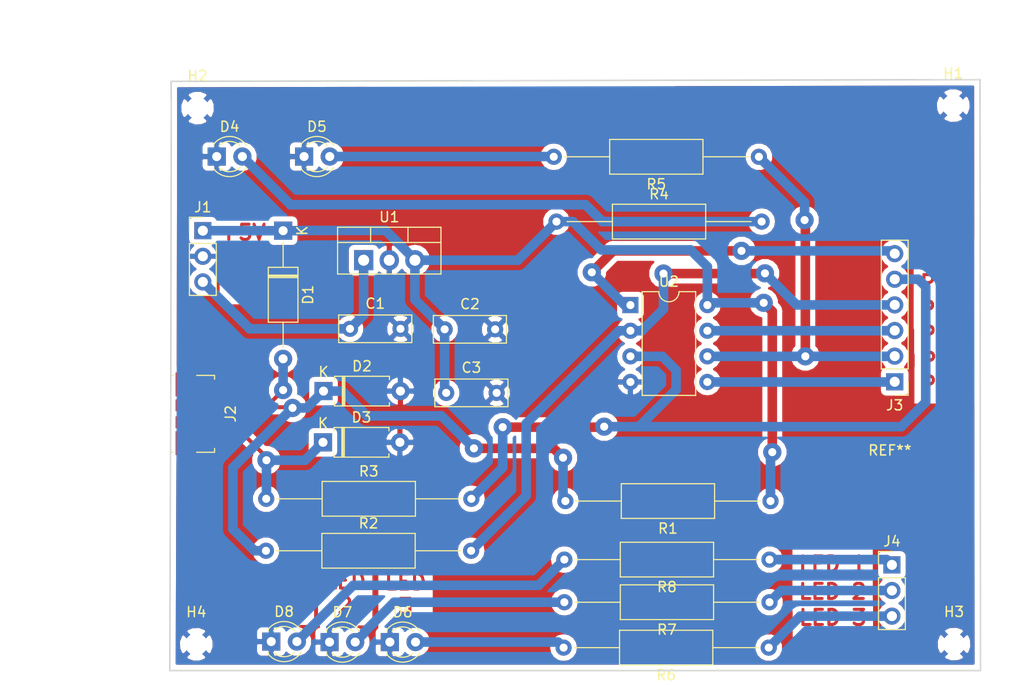
<source format=kicad_pcb>
(kicad_pcb (version 20171130) (host pcbnew 5.0.2-bee76a0~70~ubuntu16.04.1)
  (title_block (title "PCB ATtiny85") (date 2019-01-16) (rev 1.0) (company "Piensa 3D"))
  (layers (0 F.Cu signal) (31 B.Cu signal) (34 B.Paste user) (35 F.Paste user) (36 B.SilkS user) (37 F.SilkS user) (38 B.Mask user) (39 F.Mask user) (44 Edge.Cuts user))
  (net 0 "")
  (net 1 Vin)
  (net 2 GND)
  (net 3 +5V)
  (net 4 "Net-(D1-Pad2)")
  (net 5 "Net-(D2-Pad1)")
  (net 6 "Net-(D3-Pad1)")
  (net 7 "Net-(D4-Pad2)")
  (net 8 "Net-(D5-Pad2)")
  (net 9 "Net-(D6-Pad2)")
  (net 10 "Net-(D7-Pad2)")
  (net 11 "Net-(D8-Pad2)")
  (net 12 "Net-(J3-Pad1)")
  (net 13 MISO)
  (net 14 "Net-(J3-Pad3)")
  (net 15 D-)
  (net 16 D+)
  (net 17 "Net-(J3-Pad6)")
  (net 18 "Net-(J4-Pad1)")
  (net 19 "Net-(J4-Pad2)")
  (net 20 "Net-(J4-Pad3)")
  (module Capacitor_THT:C_Disc_D7.0mm_W2.5mm_P5.00mm (layer F.Cu) (at 94.725 56.65)
    (fp_text reference C1 (at 2.5 -2.5) (layer F.SilkS))
    (fp_text value 1uF)
    (pad 1 thru_hole circle (at 0 0) (size 1.6 1.6) (drill 0.8) (layers *.Cu *.Mask) (net 1 Vin))
    (pad 2 thru_hole circle (at 5 0) (size 1.6 1.6) (drill 0.8) (layers *.Cu *.Mask) (net 2 GND))
  )
  (module Capacitor_THT:C_Disc_D7.0mm_W2.5mm_P5.00mm (layer F.Cu) (at 104.1 56.7)
    (fp_text reference C2 (at 2.5 -2.5) (layer F.SilkS))
    (fp_text value 0.1uF)
    (pad 2 thru_hole circle (at 5 0) (size 1.6 1.6) (drill 0.8) (layers *.Cu *.Mask) (net 2 GND))
    (pad 1 thru_hole circle (at 0 0) (size 1.6 1.6) (drill 0.8) (layers *.Cu *.Mask) (net 3 +5V))
  )
  (module Capacitor_THT:C_Disc_D7.0mm_W2.5mm_P5.00mm (layer F.Cu) (at 104.25 63)
    (fp_text reference C3 (at 2.5 -2.5) (layer F.SilkS))
    (fp_text value 0.1uF)
    (pad 1 thru_hole circle (at 0 0) (size 1.6 1.6) (drill 0.8) (layers *.Cu *.Mask) (net 3 +5V))
    (pad 2 thru_hole circle (at 5 0) (size 1.6 1.6) (drill 0.8) (layers *.Cu *.Mask) (net 2 GND))
  )
  (module Diode_THT:D_A-405_P12.70mm_Horizontal (layer F.Cu) (at 88.1 46.925 270)
    (fp_text reference D1 (at 6.35 -2.47 270) (layer F.SilkS))
    (fp_text value D)
    (fp_text user K (at 0 -1.9 270) (layer F.SilkS))
    (pad 1 thru_hole rect (at 0 0 270) (size 1.8 1.8) (drill 0.9) (layers *.Cu *.Mask) (net 3 +5V))
    (pad 2 thru_hole oval (at 12.7 0 270) (size 1.8 1.8) (drill 0.9) (layers *.Cu *.Mask) (net 4 "Net-(D1-Pad2)"))
  )
  (module Diode_THT:D_A-405_P7.62mm_Horizontal (layer F.Cu) (at 92.1 62.825)
    (fp_text reference D2 (at 3.81 -2.47) (layer F.SilkS))
    (fp_text value D_Zener)
    (fp_text user K (at 0 -1.9) (layer F.SilkS))
    (pad 2 thru_hole oval (at 7.62 0) (size 1.8 1.8) (drill 0.9) (layers *.Cu *.Mask) (net 2 GND))
    (pad 1 thru_hole rect (at 0 0) (size 1.8 1.8) (drill 0.9) (layers *.Cu *.Mask) (net 5 "Net-(D2-Pad1)"))
  )
  (module Diode_THT:D_A-405_P7.62mm_Horizontal (layer F.Cu) (at 92.05 67.9)
    (fp_text reference D3 (at 3.81 -2.47) (layer F.SilkS))
    (fp_text value D_Zener)
    (fp_text user K (at 0 -1.9) (layer F.SilkS))
    (pad 1 thru_hole rect (at 0 0) (size 1.8 1.8) (drill 0.9) (layers *.Cu *.Mask) (net 6 "Net-(D3-Pad1)"))
    (pad 2 thru_hole oval (at 7.62 0) (size 1.8 1.8) (drill 0.9) (layers *.Cu *.Mask) (net 2 GND))
  )
  (module LED_THT:LED_D3.0mm (layer F.Cu) (at 81.525 39.575)
    (fp_text reference D4 (at 1.27 -2.96) (layer F.SilkS))
    (fp_text value LED)
    (pad 1 thru_hole rect (at 0 0) (size 1.8 1.8) (drill 0.9) (layers *.Cu *.Mask) (net 2 GND))
    (pad 2 thru_hole circle (at 2.54 0) (size 1.8 1.8) (drill 0.9) (layers *.Cu *.Mask) (net 7 "Net-(D4-Pad2)"))
  )
  (module LED_THT:LED_D3.0mm (layer F.Cu) (at 90.175 39.575)
    (fp_text reference D5 (at 1.27 -2.96) (layer F.SilkS))
    (fp_text value LED)
    (pad 2 thru_hole circle (at 2.54 0) (size 1.8 1.8) (drill 0.9) (layers *.Cu *.Mask) (net 8 "Net-(D5-Pad2)"))
    (pad 1 thru_hole rect (at 0 0) (size 1.8 1.8) (drill 0.9) (layers *.Cu *.Mask) (net 2 GND))
  )
  (module LED_THT:LED_D3.0mm (layer F.Cu) (at 98.675 87.7)
    (fp_text reference D6 (at 1.27 -2.96) (layer F.SilkS))
    (fp_text value LED)
    (pad 1 thru_hole rect (at 0 0) (size 1.8 1.8) (drill 0.9) (layers *.Cu *.Mask) (net 2 GND))
    (pad 2 thru_hole circle (at 2.54 0) (size 1.8 1.8) (drill 0.9) (layers *.Cu *.Mask) (net 9 "Net-(D6-Pad2)"))
  )
  (module LED_THT:LED_D3.0mm (layer F.Cu) (at 92.7 87.7)
    (fp_text reference D7 (at 1.27 -2.96) (layer F.SilkS))
    (fp_text value LED)
    (pad 2 thru_hole circle (at 2.54 0) (size 1.8 1.8) (drill 0.9) (layers *.Cu *.Mask) (net 10 "Net-(D7-Pad2)"))
    (pad 1 thru_hole rect (at 0 0) (size 1.8 1.8) (drill 0.9) (layers *.Cu *.Mask) (net 2 GND))
  )
  (module LED_THT:LED_D3.0mm (layer F.Cu) (at 86.925 87.65)
    (fp_text reference D8 (at 1.27 -2.96) (layer F.SilkS))
    (fp_text value LED)
    (pad 1 thru_hole rect (at 0 0) (size 1.8 1.8) (drill 0.9) (layers *.Cu *.Mask) (net 2 GND))
    (pad 2 thru_hole circle (at 2.54 0) (size 1.8 1.8) (drill 0.9) (layers *.Cu *.Mask) (net 11 "Net-(D8-Pad2)"))
  )
  (module MountingHole:MountingHole_2.2mm_M2 (layer F.Cu) (at 154.475 34.525)
    (fp_text reference H1 (at 0 -3.2) (layer F.SilkS))
    (fp_text value MountingHole_Pad)
    (pad 1 np_thru_hole circle (at 0 0) (size 2.2 2.2) (drill 2.2) (layers *.Cu *.Mask) (net 2 GND))
  )
  (module MountingHole:MountingHole_2.2mm_M2 (layer F.Cu) (at 79.625 34.775)
    (fp_text reference H2 (at 0 -3.2) (layer F.SilkS))
    (fp_text value MountingHole_Pad)
    (pad 1 np_thru_hole circle (at 0 0) (size 2.2 2.2) (drill 2.2) (layers *.Cu *.Mask) (net 2 GND))
  )
  (module MountingHole:MountingHole_2.2mm_M2 (layer F.Cu) (at 154.55 87.9)
    (fp_text reference H3 (at 0 -3.2) (layer F.SilkS))
    (fp_text value MountingHole_Pad)
    (pad 1 np_thru_hole circle (at 0 0) (size 2.2 2.2) (drill 2.2) (layers *.Cu *.Mask) (net 2 GND))
  )
  (module MountingHole:MountingHole_2.2mm_M2 (layer F.Cu) (at 79.5 87.925)
    (fp_text reference H4 (at 0 -3.2) (layer F.SilkS))
    (fp_text value MountingHole_Pad)
    (pad 1 np_thru_hole circle (at 0 0) (size 2.2 2.2) (drill 2.2) (layers *.Cu *.Mask) (net 2 GND))
  )
  (module Connector_PinHeader_2.54mm:PinHeader_1x03_P2.54mm_Vertical (layer F.Cu) (at 80.15 46.925)
    (fp_text reference J1 (at 0 -2.33) (layer F.SilkS))
    (fp_text value Conn_01x03_Female)
    (pad 3 thru_hole oval (at 0 5.08) (size 1.7 1.7) (drill 1) (layers *.Cu *.Mask) (net 1 Vin))
    (pad 2 thru_hole oval (at 0 2.54) (size 1.7 1.7) (drill 1) (layers *.Cu *.Mask) (net 2 GND))
    (pad 1 thru_hole rect (at 0 0) (size 1.7 1.7) (drill 1) (layers *.Cu *.Mask) (net 3 +5V))
  )
  (module Connector_USB:USB_Micro-B_Molex_47346-0001 (layer F.Cu) (at 79.6 65.075 270)
    (fp_text reference J2 (at 0 -3.3 90) (layer F.SilkS))
    (fp_text value USB_B_Micro)
    (pad 1 smd rect (at -1.3 -1.46 270) (size 0.45 1.38) (layers F.Cu F.Paste F.Mask) (net 4 "Net-(D1-Pad2)"))
    (pad 2 smd rect (at -0.65 -1.46 270) (size 0.45 1.38) (layers F.Cu F.Paste F.Mask) (net 5 "Net-(D2-Pad1)"))
    (pad 3 smd rect (at 0 -1.46 270) (size 0.45 1.38) (layers F.Cu F.Paste F.Mask) (net 6 "Net-(D3-Pad1)"))
    (pad 4 smd rect (at 0.65 -1.46 270) (size 0.45 1.38) (layers F.Cu F.Paste F.Mask))
    (pad 5 smd rect (at 1.3 -1.46 270) (size 0.45 1.38) (layers F.Cu F.Paste F.Mask) (net 2 GND))
    (pad 6 smd rect (at -2.4625 -1.1 270) (size 1.475 2.1) (layers F.Cu F.Paste F.Mask) (net 2 GND))
    (pad 6 smd rect (at 2.4625 -1.1 270) (size 1.475 2.1) (layers F.Cu F.Paste F.Mask) (net 2 GND))
    (pad 6 smd rect (at -2.91 1.2 270) (size 2.375 1.9) (layers F.Cu F.Paste F.Mask) (net 2 GND))
    (pad 6 smd rect (at 2.91 1.2 270) (size 2.375 1.9) (layers F.Cu F.Paste F.Mask) (net 2 GND))
    (pad 6 smd rect (at -0.84 1.2 270) (size 1.175 1.9) (layers F.Cu F.Paste F.Mask) (net 2 GND))
    (pad 6 smd rect (at 0.84 1.2 270) (size 1.175 1.9) (layers F.Cu F.Paste F.Mask) (net 2 GND))
  )
  (module Connector_PinHeader_2.54mm:PinHeader_1x06_P2.54mm_Vertical (layer F.Cu) (at 148.675 61.9 180)
    (fp_text reference J3 (at 0 -2.33 180) (layer F.SilkS))
    (fp_text value Conn_01x06_Female)
    (pad 1 thru_hole rect (at 0 0 180) (size 1.7 1.7) (drill 1) (layers *.Cu *.Mask) (net 12 "Net-(J3-Pad1)"))
    (pad 2 thru_hole oval (at 0 2.54 180) (size 1.7 1.7) (drill 1) (layers *.Cu *.Mask) (net 13 MISO))
    (pad 3 thru_hole oval (at 0 5.08 180) (size 1.7 1.7) (drill 1) (layers *.Cu *.Mask) (net 14 "Net-(J3-Pad3)"))
    (pad 4 thru_hole oval (at 0 7.62 180) (size 1.7 1.7) (drill 1) (layers *.Cu *.Mask) (net 15 D-))
    (pad 5 thru_hole oval (at 0 10.16 180) (size 1.7 1.7) (drill 1) (layers *.Cu *.Mask) (net 16 D+))
    (pad 6 thru_hole oval (at 0 12.7 180) (size 1.7 1.7) (drill 1) (layers *.Cu *.Mask) (net 17 "Net-(J3-Pad6)"))
  )
  (module Connector_PinHeader_2.54mm:PinHeader_1x03_P2.54mm_Vertical (layer F.Cu) (at 148.4 80.05)
    (fp_text reference J4 (at 0 -2.33) (layer F.SilkS))
    (fp_text value Conn_01x03_Female)
    (pad 1 thru_hole rect (at 0 0) (size 1.7 1.7) (drill 1) (layers *.Cu *.Mask) (net 18 "Net-(J4-Pad1)"))
    (pad 2 thru_hole oval (at 0 2.54) (size 1.7 1.7) (drill 1) (layers *.Cu *.Mask) (net 19 "Net-(J4-Pad2)"))
    (pad 3 thru_hole oval (at 0 5.08) (size 1.7 1.7) (drill 1) (layers *.Cu *.Mask) (net 20 "Net-(J4-Pad3)"))
  )
  (module Resistor_THT:R_Axial_DIN0309_L9.0mm_D3.2mm_P20.32mm_Horizontal (layer F.Cu) (at 136.375 73.725 180)
    (fp_text reference R1 (at 10.16 -2.72 180) (layer F.SilkS))
    (fp_text value 1k5)
    (pad 2 thru_hole oval (at 20.32 0 180) (size 1.6 1.6) (drill 0.8) (layers *.Cu *.Mask) (net 5 "Net-(D2-Pad1)"))
    (pad 1 thru_hole circle (at 0 0 180) (size 1.6 1.6) (drill 0.8) (layers *.Cu *.Mask) (net 3 +5V))
  )
  (module Resistor_THT:R_Axial_DIN0309_L9.0mm_D3.2mm_P20.32mm_Horizontal (layer F.Cu) (at 86.4 78.65)
    (fp_text reference R2 (at 10.16 -2.72) (layer F.SilkS))
    (fp_text value 66.5)
    (pad 2 thru_hole oval (at 20.32 0) (size 1.6 1.6) (drill 0.8) (layers *.Cu *.Mask) (net 15 D-))
    (pad 1 thru_hole circle (at 0 0) (size 1.6 1.6) (drill 0.8) (layers *.Cu *.Mask) (net 5 "Net-(D2-Pad1)"))
  )
  (module Resistor_THT:R_Axial_DIN0309_L9.0mm_D3.2mm_P20.32mm_Horizontal (layer F.Cu) (at 86.425 73.5)
    (fp_text reference R3 (at 10.16 -2.72) (layer F.SilkS))
    (fp_text value 66.5)
    (pad 1 thru_hole circle (at 0 0) (size 1.6 1.6) (drill 0.8) (layers *.Cu *.Mask) (net 6 "Net-(D3-Pad1)"))
    (pad 2 thru_hole oval (at 20.32 0) (size 1.6 1.6) (drill 0.8) (layers *.Cu *.Mask) (net 16 D+))
  )
  (module Resistor_THT:R_Axial_DIN0309_L9.0mm_D3.2mm_P20.32mm_Horizontal (layer F.Cu) (at 115.175 46.025)
    (fp_text reference R4 (at 10.16 -2.72) (layer F.SilkS))
    (fp_text value 1k)
    (pad 1 thru_hole circle (at 0 0) (size 1.6 1.6) (drill 0.8) (layers *.Cu *.Mask) (net 3 +5V))
    (pad 2 thru_hole oval (at 20.32 0) (size 1.6 1.6) (drill 0.8) (layers *.Cu *.Mask) (net 7 "Net-(D4-Pad2)"))
  )
  (module Resistor_THT:R_Axial_DIN0309_L9.0mm_D3.2mm_P20.32mm_Horizontal (layer F.Cu) (at 135.225 39.6 180)
    (fp_text reference R5 (at 10.16 -2.72 180) (layer F.SilkS))
    (fp_text value 1k)
    (pad 2 thru_hole oval (at 20.32 0 180) (size 1.6 1.6) (drill 0.8) (layers *.Cu *.Mask) (net 8 "Net-(D5-Pad2)"))
    (pad 1 thru_hole circle (at 0 0 180) (size 1.6 1.6) (drill 0.8) (layers *.Cu *.Mask) (net 13 MISO))
  )
  (module Resistor_THT:R_Axial_DIN0309_L9.0mm_D3.2mm_P20.32mm_Horizontal (layer F.Cu) (at 136.2 88.25 180)
    (fp_text reference R6 (at 10.16 -2.72 180) (layer F.SilkS))
    (fp_text value 1k)
    (pad 1 thru_hole circle (at 0 0 180) (size 1.6 1.6) (drill 0.8) (layers *.Cu *.Mask) (net 20 "Net-(J4-Pad3)"))
    (pad 2 thru_hole oval (at 20.32 0 180) (size 1.6 1.6) (drill 0.8) (layers *.Cu *.Mask) (net 9 "Net-(D6-Pad2)"))
  )
  (module Resistor_THT:R_Axial_DIN0309_L9.0mm_D3.2mm_P20.32mm_Horizontal (layer F.Cu) (at 136.275 83.75 180)
    (fp_text reference R7 (at 10.16 -2.72 180) (layer F.SilkS))
    (fp_text value 1k)
    (pad 1 thru_hole circle (at 0 0 180) (size 1.6 1.6) (drill 0.8) (layers *.Cu *.Mask) (net 19 "Net-(J4-Pad2)"))
    (pad 2 thru_hole oval (at 20.32 0 180) (size 1.6 1.6) (drill 0.8) (layers *.Cu *.Mask) (net 10 "Net-(D7-Pad2)"))
  )
  (module Resistor_THT:R_Axial_DIN0309_L9.0mm_D3.2mm_P20.32mm_Horizontal (layer F.Cu) (at 136.275 79.525 180)
    (fp_text reference R8 (at 10.16 -2.72 180) (layer F.SilkS))
    (fp_text value 1k)
    (pad 2 thru_hole oval (at 20.32 0 180) (size 1.6 1.6) (drill 0.8) (layers *.Cu *.Mask) (net 11 "Net-(D8-Pad2)"))
    (pad 1 thru_hole circle (at 0 0 180) (size 1.6 1.6) (drill 0.8) (layers *.Cu *.Mask) (net 18 "Net-(J4-Pad1)"))
  )
  (module Package_TO_SOT_THT:TO-220-3_Vertical (layer F.Cu) (at 96.075 49.85)
    (fp_text reference U1 (at 2.54 -4.27) (layer F.SilkS))
    (fp_text value LM7805_TO220)
    (pad 1 thru_hole rect (at 0 0) (size 1.905 2) (drill 1.1) (layers *.Cu *.Mask) (net 1 Vin))
    (pad 2 thru_hole oval (at 2.54 0) (size 1.905 2) (drill 1.1) (layers *.Cu *.Mask) (net 2 GND))
    (pad 3 thru_hole oval (at 5.08 0) (size 1.905 2) (drill 1.1) (layers *.Cu *.Mask) (net 3 +5V))
  )
  (module Package_DIP:DIP-8_W7.62mm (layer F.Cu) (at 122.5 54.3)
    (fp_text reference U2 (at 3.81 -2.33) (layer F.SilkS))
    (fp_text value ATtiny85-20PU)
    (pad 1 thru_hole rect (at 0 0) (size 1.6 1.6) (drill 0.8) (layers *.Cu *.Mask) (net 17 "Net-(J3-Pad6)"))
    (pad 5 thru_hole oval (at 7.62 7.62) (size 1.6 1.6) (drill 0.8) (layers *.Cu *.Mask) (net 12 "Net-(J3-Pad1)"))
    (pad 2 thru_hole oval (at 0 2.54) (size 1.6 1.6) (drill 0.8) (layers *.Cu *.Mask) (net 15 D-))
    (pad 6 thru_hole oval (at 7.62 5.08) (size 1.6 1.6) (drill 0.8) (layers *.Cu *.Mask) (net 13 MISO))
    (pad 3 thru_hole oval (at 0 5.08) (size 1.6 1.6) (drill 0.8) (layers *.Cu *.Mask) (net 16 D+))
    (pad 7 thru_hole oval (at 7.62 2.54) (size 1.6 1.6) (drill 0.8) (layers *.Cu *.Mask) (net 14 "Net-(J3-Pad3)"))
    (pad 4 thru_hole oval (at 0 7.62) (size 1.6 1.6) (drill 0.8) (layers *.Cu *.Mask) (net 2 GND))
    (pad 8 thru_hole oval (at 7.62 0) (size 1.6 1.6) (drill 0.8) (layers *.Cu *.Mask) (net 3 +5V))
  )
  (module Symbol:OSHW-Logo2_9.8x8mm_Copper (layer F.Cu) (at 148.8 41.5)
    (fp_text reference REF** hide)
    (fp_text value OSHW-Logo2_9.8x8mm_Copper hide)
    (fp_poly (pts (xy 0.139878 -3.712224) (xy 0.245612 -3.711645) (xy 0.322132 -3.710078) (xy 0.374372 -3.707028) (xy 0.407263 -3.702004) (xy 0.425737 -3.694511) (xy 0.434727 -3.684056) (xy 0.439163 -3.670147) (xy 0.439594 -3.668346) (xy 0.446333 -3.635855) (xy 0.458808 -3.571748) (xy 0.475719 -3.482849) (xy 0.495771 -3.375981) (xy 0.517664 -3.257967) (xy 0.518429 -3.253822) (xy 0.540359 -3.138169) (xy 0.560877 -3.035986) (xy 0.578659 -2.953402) (xy 0.592381 -2.896544) (xy 0.600718 -2.871542) (xy 0.601116 -2.871099) (xy 0.625677 -2.85889) (xy 0.676315 -2.838544) (xy 0.742095 -2.814455) (xy 0.742461 -2.814326) (xy 0.825317 -2.783182) (xy 0.923 -2.743509) (xy 1.015077 -2.703619) (xy 1.019434 -2.701647) (xy 1.169407 -2.63358) (xy 1.501498 -2.860361) (xy 1.603374 -2.929496) (xy 1.695657 -2.991303) (xy 1.773003 -3.042267) (xy 1.830064 -3.078873) (xy 1.861495 -3.097606) (xy 1.864479 -3.098996) (xy 1.887321 -3.09281) (xy 1.929982 -3.062965) (xy 1.994128 -3.008053) (xy 2.081421 -2.926666) (xy 2.170535 -2.840078) (xy 2.256441 -2.754753) (xy 2.333327 -2.676892) (xy 2.396564 -2.611303) (xy 2.441523 -2.562795) (xy 2.463576 -2.536175) (xy 2.464396 -2.534805) (xy 2.466834 -2.516537) (xy 2.45765 -2.486705) (xy 2.434574 -2.441279) (xy 2.395337 -2.37623) (xy 2.33767 -2.28753) (xy 2.260795 -2.173343) (xy 2.19257 -2.072838) (xy 2.131582 -1.982697) (xy 2.081356 -1.908151) (xy 2.045416 -1.854435) (xy 2.027287 -1.826782) (xy 2.026146 -1.824905) (xy 2.028359 -1.79841) (xy 2.045138 -1.746914) (xy 2.073142 -1.680149) (xy 2.083122 -1.658828) (xy 2.126672 -1.563841) (xy 2.173134 -1.456063) (xy 2.210877 -1.362808) (xy 2.238073 -1.293594) (xy 2.259675 -1.240994) (xy 2.272158 -1.213503) (xy 2.273709 -1.211384) (xy 2.296668 -1.207876) (xy 2.350786 -1.198262) (xy 2.428868 -1.183911) (xy 2.523719 -1.166193) (xy 2.628143 -1.146475) (xy 2.734944 -1.126126) (xy 2.836926 -1.106514) (xy 2.926894 -1.089009) (xy 2.997653 -1.074978) (xy 3.042006 -1.065791) (xy 3.052885 -1.063193) (xy 3.064122 -1.056782) (xy 3.072605 -1.042303) (xy 3.078714 -1.014867) (xy 3.082832 -0.969589) (xy 3.085341 -0.90158) (xy 3.086621 -0.805953) (xy 3.087054 -0.67782) (xy 3.087077 -0.625299) (xy 3.087077 -0.198155) (xy 2.9845 -0.177909) (xy 2.927431 -0.16693) (xy 2.842269 -0.150905) (xy 2.739372 -0.131767) (xy 2.629096 -0.111449) (xy 2.598615 -0.105868) (xy 2.496855 -0.086083) (xy 2.408205 -0.066627) (xy 2.340108 -0.049303) (xy 2.300004 -0.035912) (xy 2.293323 -0.031921) (xy 2.276919 -0.003658) (xy 2.253399 0.051109) (xy 2.227316 0.121588) (xy 2.222142 0.136769) (xy 2.187956 0.230896) (xy 2.145523 0.337101) (xy 2.103997 0.432473) (xy 2.103792 0.432916) (xy 2.03464 0.582525) (xy 2.489512 1.251617) (xy 2.1975 1.544116) (xy 2.10918 1.63117) (xy 2.028625 1.707909) (xy 1.96036 1.770237) (xy 1.908908 1.814056) (xy 1.878794 1.83527) (xy 1.874474 1.836616) (xy 1.849111 1.826016) (xy 1.797358 1.796547) (xy 1.724868 1.751705) (xy 1.637294 1.694984) (xy 1.542612 1.631462) (xy 1.446516 1.566668) (xy 1.360837 1.510287) (xy 1.291016 1.465788) (xy 1.242494 1.436639) (xy 1.220782 1.426308) (xy 1.194293 1.43505) (xy 1.144062 1.458087) (xy 1.080451 1.490631) (xy 1.073708 1.494249) (xy 0.988046 1.53721) (xy 0.929306 1.558279) (xy 0.892772 1.558503) (xy 0.873731 1.538928) (xy 0.87362 1.538654) (xy 0.864102 1.515472) (xy 0.841403 1.460441) (xy 0.807282 1.377822) (xy 0.7635 1.271872) (xy 0.711816 1.146852) (xy 0.653992 1.00702) (xy 0.597991 0.871637) (xy 0.536447 0.722234) (xy 0.479939 0.583832) (xy 0.430161 0.460673) (xy 0.388806 0.357002) (xy 0.357568 0.277059) (xy 0.338141 0.225088) (xy 0.332154 0.205692) (xy 0.347168 0.183443) (xy 0.386439 0.147982) (xy 0.438807 0.108887) (xy 0.587941 -0.014755) (xy 0.704511 -0.156478) (xy 0.787118 -0.313296) (xy 0.834366 -0.482225) (xy 0.844857 -0.660278) (xy 0.837231 -0.742461) (xy 0.795682 -0.912969) (xy 0.724123 -1.063541) (xy 0.626995 -1.192691) (xy 0.508734 -1.298936) (xy 0.37378 -1.38079) (xy 0.226571 -1.436768) (xy 0.071544 -1.465385) (xy -0.086861 -1.465156) (xy -0.244206 -1.434595) (xy -0.396054 -1.372218) (xy -0.537965 -1.27654) (xy -0.597197 -1.222428) (xy -0.710797 -1.08348) (xy -0.789894 -0.931639) (xy -0.835014 -0.771333) (xy -0.846684 -0.606988) (xy -0.825431 -0.443029) (xy -0.77178 -0.283882) (xy -0.68626 -0.133975) (xy -0.569395 0.002267) (xy -0.438807 0.108887) (xy -0.384412 0.149642) (xy -0.345986 0.184718) (xy -0.332154 0.205726) (xy -0.339397 0.228635) (xy -0.359995 0.283365) (xy -0.392254 0.365672) (xy -0.434479 0.471315) (xy -0.484977 0.59605) (xy -0.542052 0.735636) (xy -0.598146 0.87167) (xy -0.660033 1.021201) (xy -0.717356 1.159767) (xy -0.768356 1.283107) (xy -0.811273 1.386964) (xy -0.844347 1.46708) (xy -0.865819 1.519195) (xy -0.873775 1.538654) (xy -0.892571 1.558423) (xy -0.928926 1.558365) (xy -0.987521 1.537441) (xy -1.073032 1.494613) (xy -1.073708 1.494249) (xy -1.138093 1.461012) (xy -1.190139 1.436802) (xy -1.219488 1.426404) (xy -1.220783 1.426308) (xy -1.242876 1.436855) (xy -1.291652 1.466184) (xy -1.361669 1.510827) (xy -1.447486 1.567314) (xy -1.542612 1.631462) (xy -1.63946 1.696411) (xy -1.726747 1.752896) (xy -1.798819 1.797421) (xy -1.850023 1.82649) (xy -1.874474 1.836616) (xy -1.89699 1.823307) (xy -1.942258 1.786112) (xy -2.005756 1.729128) (xy -2.082961 1.656449) (xy -2.169349 1.572171) (xy -2.197601 1.544016) (xy -2.489713 1.251416) (xy -2.267369 0.925104) (xy -2.199798 0.824897) (xy -2.140493 0.734963) (xy -2.092783 0.66051) (xy -2.059993 0.606751) (xy -2.045452 0.578894) (xy -2.045026 0.576912) (xy -2.052692 0.550655) (xy -2.073311 0.497837) (xy -2.103315 0.42731) (xy -2.124375 0.380093) (xy -2.163752 0.289694) (xy -2.200835 0.198366) (xy -2.229585 0.1212) (xy -2.237395 0.097692) (xy -2.259583 0.034916) (xy -2.281273 -0.013589) (xy -2.293187 -0.031921) (xy -2.319477 -0.043141) (xy -2.376858 -0.059046) (xy -2.457882 -0.077833) (xy -2.555105 -0.097701) (xy -2.598615 -0.105868) (xy -2.709104 -0.126171) (xy -2.815084 -0.14583) (xy -2.906199 -0.162912) (xy -2.972092 -0.175482) (xy -2.9845 -0.177909) (xy -3.087077 -0.198155) (xy -3.087077 -0.625299) (xy -3.086847 -0.765754) (xy -3.085901 -0.872021) (xy -3.083859 -0.948987) (xy -3.080338 -1.00154) (xy -3.074957 -1.034567) (xy -3.067334 -1.052955) (xy -3.057088 -1.061592) (xy -3.052885 -1.063193) (xy -3.02753 -1.068873) (xy -2.971516 -1.080205) (xy -2.892036 -1.095821) (xy -2.796288 -1.114353) (xy -2.691467 -1.134431) (xy -2.584768 -1.154688) (xy -2.483387 -1.173754) (xy -2.394521 -1.190261) (xy -2.325363 -1.202841) (xy -2.283111 -1.210125) (xy -2.27371 -1.211384) (xy -2.265193 -1.228237) (xy -2.24634 -1.27313) (xy -2.220676 -1.33757) (xy -2.210877 -1.362808) (xy -2.171352 -1.460314) (xy -2.124808 -1.568041) (xy -2.083123 -1.658828) (xy -2.05245 -1.728247) (xy -2.032044 -1.78529) (xy -2.025232 -1.820223) (xy -2.026318 -1.824905) (xy -2.040715 -1.847009) (xy -2.073588 -1.896169) (xy -2.12141 -1.967152) (xy -2.180652 -2.054722) (xy -2.247785 -2.153643) (xy -2.261059 -2.17317) (xy -2.338954 -2.28886) (xy -2.396213 -2.376956) (xy -2.435119 -2.441514) (xy -2.457956 -2.486589) (xy -2.467006 -2.516237) (xy -2.464552 -2.534515) (xy -2.464489 -2.534631) (xy -2.445173 -2.558639) (xy -2.402449 -2.605053) (xy -2.340949 -2.669063) (xy -2.265302 -2.745855) (xy -2.180139 -2.830618) (xy -2.170535 -2.840078) (xy -2.06321 -2.944011) (xy -1.980385 -3.020325) (xy -1.920395 -3.070429) (xy -1.881577 -3.09573) (xy -1.86448 -3.098996) (xy -1.839527 -3.08475) (xy -1.787745 -3.051844) (xy -1.71448 -3.003792) (xy -1.62508 -2.94411) (xy -1.524889 -2.876312) (xy -1.501499 -2.860361) (xy -1.169407 -2.63358) (xy -1.019435 -2.701647) (xy -0.92823 -2.741315) (xy -0.830331 -2.781209) (xy -0.746169 -2.813017) (xy -0.742462 -2.814326) (xy -0.676631 -2.838424) (xy -0.625884 -2.8588) (xy -0.601158 -2.871064) (xy -0.601116 -2.871099) (xy -0.593271 -2.893266) (xy -0.579934 -2.947783) (xy -0.56243 -3.02852) (xy -0.542083 -3.12935) (xy -0.520218 -3.244144) (xy -0.518429 -3.253822) (xy -0.496496 -3.372096) (xy -0.47636 -3.479458) (xy -0.45932 -3.569083) (xy -0.446672 -3.634149) (xy -0.439716 -3.667832) (xy -0.439594 -3.668346) (xy -0.435361 -3.682675) (xy -0.427129 -3.693493) (xy -0.409967 -3.701294) (xy -0.378942 -3.706571) (xy -0.329122 -3.709818) (xy -0.255576 -3.711528) (xy -0.153371 -3.712193) (xy -0.017575 -3.712307) (xy 0 -3.712308) (xy 0.139878 -3.712224)) (layer F.Cu) (width 0.01))
    (fp_poly (pts (xy 4.245224 2.647838) (xy 4.322528 2.698361) (xy 4.359814 2.74359) (xy 4.389353 2.825663) (xy 4.391699 2.890607) (xy 4.386385 2.977445) (xy 4.186115 3.065103) (xy 4.088739 3.109887) (xy 4.025113 3.145913) (xy 3.992029 3.177117) (xy 3.98628 3.207436) (xy 4.004658 3.240805) (xy 4.024923 3.262923) (xy 4.083889 3.298393) (xy 4.148024 3.300879) (xy 4.206926 3.273235) (xy 4.250197 3.21832) (xy 4.257936 3.198928) (xy 4.295006 3.138364) (xy 4.337654 3.112552) (xy 4.396154 3.090471) (xy 4.396154 3.174184) (xy 4.390982 3.23115) (xy 4.370723 3.279189) (xy 4.328262 3.334346) (xy 4.321951 3.341514) (xy 4.27472 3.390585) (xy 4.234121 3.41692) (xy 4.183328 3.429035) (xy 4.14122 3.433003) (xy 4.065902 3.433991) (xy 4.012286 3.421466) (xy 3.978838 3.402869) (xy 3.926268 3.361975) (xy 3.889879 3.317748) (xy 3.86685 3.262126) (xy 3.854359 3.187047) (xy 3.849587 3.084449) (xy 3.849206 3.032376) (xy 3.850501 2.969948) (xy 3.968471 2.969948) (xy 3.969839 3.003438) (xy 3.973249 3.008923) (xy 3.995753 3.001472) (xy 4.044182 2.981753) (xy 4.108908 2.953718) (xy 4.122443 2.947692) (xy 4.204244 2.906096) (xy 4.249312 2.869538) (xy 4.259217 2.835296) (xy 4.235526 2.800648) (xy 4.21596 2.785339) (xy 4.14536 2.754721) (xy 4.07928 2.75978) (xy 4.023959 2.797151) (xy 3.985636 2.863473) (xy 3.973349 2.916116) (xy 3.968471 2.969948) (xy 3.850501 2.969948) (xy 3.85173 2.91072) (xy 3.861032 2.82071) (xy 3.87946 2.755167) (xy 3.90936 2.706912) (xy 3.95308 2.668767) (xy 3.972141 2.65644) (xy 4.058726 2.624336) (xy 4.153522 2.622316) (xy 4.245224 2.647838)) (layer F.Cu) (width 0.01))
    (fp_poly (pts (xy 3.570807 2.636782) (xy 3.594161 2.646988) (xy 3.649902 2.691134) (xy 3.697569 2.754967) (xy 3.727048 2.823087) (xy 3.731846 2.85667) (xy 3.71576 2.903556) (xy 3.680475 2.928365) (xy 3.642644 2.943387) (xy 3.625321 2.946155) (xy 3.616886 2.926066) (xy 3.60023 2.882351) (xy 3.592923 2.862598) (xy 3.551948 2.794271) (xy 3.492622 2.760191) (xy 3.416552 2.761239) (xy 3.410918 2.762581) (xy 3.370305 2.781836) (xy 3.340448 2.819375) (xy 3.320055 2.879809) (xy 3.307836 2.967751) (xy 3.3025 3.087813) (xy 3.302 3.151698) (xy 3.301752 3.252403) (xy 3.300126 3.321054) (xy 3.295801 3.364673) (xy 3.287454 3.390282) (xy 3.273765 3.404903) (xy 3.253411 3.415558) (xy 3.252234 3.416095) (xy 3.213038 3.432667) (xy 3.193619 3.438769) (xy 3.190635 3.420319) (xy 3.188081 3.369323) (xy 3.18614 3.292308) (xy 3.184997 3.195805) (xy 3.184769 3.125184) (xy 3.185932 2.988525) (xy 3.190479 2.884851) (xy 3.199999 2.808108) (xy 3.216081 2.752246) (xy 3.240313 2.711212) (xy 3.274286 2.678954) (xy 3.307833 2.65644) (xy 3.388499 2.626476) (xy 3.482381 2.619718) (xy 3.570807 2.636782)) (layer F.Cu) (width 0.01))
    (fp_poly (pts (xy 2.887333 2.633528) (xy 2.94359 2.659117) (xy 2.987747 2.690124) (xy 3.020101 2.724795) (xy 3.042438 2.76952) (xy 3.056546 2.830692) (xy 3.064211 2.914701) (xy 3.06722 3.02794) (xy 3.067538 3.102509) (xy 3.067538 3.39342) (xy 3.017773 3.416095) (xy 2.978576 3.432667) (xy 2.959157 3.438769) (xy 2.955442 3.42061) (xy 2.952495 3.371648) (xy 2.950691 3.300153) (xy 2.950308 3.243385) (xy 2.948661 3.161371) (xy 2.944222 3.096309) (xy 2.93774 3.056467) (xy 2.93259 3.048) (xy 2.897977 3.056646) (xy 2.84364 3.078823) (xy 2.780722 3.108886) (xy 2.720368 3.141192) (xy 2.673721 3.170098) (xy 2.651926 3.189961) (xy 2.651839 3.190175) (xy 2.653714 3.226935) (xy 2.670525 3.262026) (xy 2.700039 3.290528) (xy 2.743116 3.300061) (xy 2.779932 3.29895) (xy 2.832074 3.298133) (xy 2.859444 3.310349) (xy 2.875882 3.342624) (xy 2.877955 3.34871) (xy 2.885081 3.394739) (xy 2.866024 3.422687) (xy 2.816353 3.436007) (xy 2.762697 3.43847) (xy 2.666142 3.42021) (xy 2.616159 3.394131) (xy 2.554429 3.332868) (xy 2.52169 3.25767) (xy 2.518753 3.178211) (xy 2.546424 3.104167) (xy 2.588047 3.057769) (xy 2.629604 3.031793) (xy 2.694922 2.998907) (xy 2.771038 2.965557) (xy 2.783726 2.960461) (xy 2.867333 2.923565) (xy 2.91553 2.891046) (xy 2.93103 2.858718) (xy 2.91655 2.822394) (xy 2.891692 2.794) (xy 2.832939 2.759039) (xy 2.768293 2.756417) (xy 2.709008 2.783358) (xy 2.666339 2.837088) (xy 2.660739 2.85095) (xy 2.628133 2.901936) (xy 2.58053 2.939787) (xy 2.520461 2.97085) (xy 2.520461 2.882768) (xy 2.523997 2.828951) (xy 2.539156 2.786534) (xy 2.572768 2.741279) (xy 2.605035 2.70642) (xy 2.655209 2.657062) (xy 2.694193 2.630547) (xy 2.736064 2.619911) (xy 2.78346 2.618154) (xy 2.887333 2.633528)) (layer F.Cu) (width 0.01))
    (fp_poly (pts (xy 2.395929 2.636662) (xy 2.398911 2.688068) (xy 2.401247 2.766192) (xy 2.402749 2.864857) (xy 2.403231 2.968343) (xy 2.403231 3.318533) (xy 2.341401 3.380363) (xy 2.298793 3.418462) (xy 2.26139 3.433895) (xy 2.21027 3.432918) (xy 2.189978 3.430433) (xy 2.126554 3.4232) (xy 2.074095 3.419055) (xy 2.061308 3.418672) (xy 2.018199 3.421176) (xy 1.956544 3.427462) (xy 1.932638 3.430433) (xy 1.873922 3.435028) (xy 1.834464 3.425046) (xy 1.795338 3.394228) (xy 1.781215 3.380363) (xy 1.719385 3.318533) (xy 1.719385 2.663503) (xy 1.76915 2.640829) (xy 1.812002 2.624034) (xy 1.837073 2.618154) (xy 1.843501 2.636736) (xy 1.849509 2.688655) (xy 1.854697 2.768172) (xy 1.858664 2.869546) (xy 1.860577 2.955192) (xy 1.865923 3.292231) (xy 1.91256 3.298825) (xy 1.954976 3.294214) (xy 1.97576 3.279287) (xy 1.98157 3.251377) (xy 1.98653 3.191925) (xy 1.990246 3.108466) (xy 1.992324 3.008532) (xy 1.992624 2.957104) (xy 1.992923 2.661054) (xy 2.054454 2.639604) (xy 2.098004 2.62502) (xy 2.121694 2.618219) (xy 2.122377 2.618154) (xy 2.124754 2.636642) (xy 2.127366 2.687906) (xy 2.129995 2.765649) (xy 2.132421 2.863574) (xy 2.134115 2.955192) (xy 2.139461 3.292231) (xy 2.256692 3.292231) (xy 2.262072 2.984746) (xy 2.267451 2.677261) (xy 2.324601 2.647707) (xy 2.366797 2.627413) (xy 2.39177 2.618204) (xy 2.392491 2.618154) (xy 2.395929 2.636662)) (layer F.Cu) (width 0.01))
    (fp_poly (pts (xy 1.602081 2.780289) (xy 1.601833 2.92632) (xy 1.600872 3.038655) (xy 1.598794 3.122678) (xy 1.595193 3.183769) (xy 1.589665 3.227309) (xy 1.581804 3.258679) (xy 1.571207 3.283262) (xy 1.563182 3.297294) (xy 1.496728 3.373388) (xy 1.41247 3.421084) (xy 1.319249 3.438199) (xy 1.2259 3.422546) (xy 1.170312 3.394418) (xy 1.111957 3.34576) (xy 1.072186 3.286333) (xy 1.04819 3.208507) (xy 1.037161 3.104652) (xy 1.035599 3.028462) (xy 1.035809 3.022986) (xy 1.172308 3.022986) (xy 1.173141 3.110355) (xy 1.176961 3.168192) (xy 1.185746 3.206029) (xy 1.201474 3.233398) (xy 1.220266 3.254042) (xy 1.283375 3.29389) (xy 1.351137 3.297295) (xy 1.415179 3.264025) (xy 1.420164 3.259517) (xy 1.441439 3.236067) (xy 1.454779 3.208166) (xy 1.462001 3.166641) (xy 1.464923 3.102316) (xy 1.465385 3.0312) (xy 1.464383 2.941858) (xy 1.460238 2.882258) (xy 1.451236 2.843089) (xy 1.435667 2.81504) (xy 1.422902 2.800144) (xy 1.3636 2.762575) (xy 1.295301 2.758057) (xy 1.23011 2.786753) (xy 1.217528 2.797406) (xy 1.196111 2.821063) (xy 1.182744 2.849251) (xy 1.175566 2.891245) (xy 1.172719 2.956319) (xy 1.172308 3.022986) (xy 1.035809 3.022986) (xy 1.040322 2.905765) (xy 1.056362 2.813577) (xy 1.086528 2.744269) (xy 1.133629 2.690211) (xy 1.170312 2.662505) (xy 1.23699 2.632572) (xy 1.314272 2.618678) (xy 1.38611 2.622397) (xy 1.426308 2.6374) (xy 1.442082 2.64167) (xy 1.45255 2.62575) (xy 1.459856 2.583089) (xy 1.465385 2.518106) (xy 1.471437 2.445732) (xy 1.479844 2.402187) (xy 1.495141 2.377287) (xy 1.521864 2.360845) (xy 1.538654 2.353564) (xy 1.602154 2.326963) (xy 1.602081 2.780289)) (layer F.Cu) (width 0.01))
    (fp_poly (pts (xy 0.713362 2.62467) (xy 0.802117 2.657421) (xy 0.874022 2.71535) (xy 0.902144 2.756128) (xy 0.932802 2.830954) (xy 0.932165 2.885058) (xy 0.899987 2.921446) (xy 0.888081 2.927633) (xy 0.836675 2.946925) (xy 0.810422 2.941982) (xy 0.80153 2.909587) (xy 0.801077 2.891692) (xy 0.784797 2.825859) (xy 0.742365 2.779807) (xy 0.683388 2.757564) (xy 0.617475 2.763161) (xy 0.563895 2.792229) (xy 0.545798 2.80881) (xy 0.532971 2.828925) (xy 0.524306 2.859332) (xy 0.518696 2.906788) (xy 0.515035 2.97805) (xy 0.512215 3.079875) (xy 0.511484 3.112115) (xy 0.50882 3.22241) (xy 0.505792 3.300036) (xy 0.50125 3.351396) (xy 0.494046 3.38289) (xy 0.483033 3.40092) (xy 0.46706 3.411888) (xy 0.456834 3.416733) (xy 0.413406 3.433301) (xy 0.387842 3.438769) (xy 0.379395 3.420507) (xy 0.374239 3.365296) (xy 0.372346 3.272499) (xy 0.373689 3.141478) (xy 0.374107 3.121269) (xy 0.377058 3.001733) (xy 0.380548 2.914449) (xy 0.385514 2.852591) (xy 0.392893 2.809336) (xy 0.403624 2.77786) (xy 0.418645 2.751339) (xy 0.426502 2.739975) (xy 0.471553 2.689692) (xy 0.52194 2.650581) (xy 0.528108 2.647167) (xy 0.618458 2.620212) (xy 0.713362 2.62467)) (layer F.Cu) (width 0.01))
    (fp_poly (pts (xy 0.053501 2.626303) (xy 0.13006 2.654733) (xy 0.130936 2.655279) (xy 0.178285 2.690127) (xy 0.213241 2.730852) (xy 0.237825 2.783925) (xy 0.254062 2.855814) (xy 0.263975 2.952992) (xy 0.269586 3.081928) (xy 0.270077 3.100298) (xy 0.277141 3.377287) (xy 0.217695 3.408028) (xy 0.174681 3.428802) (xy 0.14871 3.438646) (xy 0.147509 3.438769) (xy 0.143014 3.420606) (xy 0.139444 3.371612) (xy 0.137248 3.300031) (xy 0.136769 3.242068) (xy 0.136758 3.14817) (xy 0.132466 3.089203) (xy 0.117503 3.061079) (xy 0.085482 3.059706) (xy 0.030014 3.080998) (xy -0.053731 3.120136) (xy -0.115311 3.152643) (xy -0.146983 3.180845) (xy -0.156294 3.211582) (xy -0.156308 3.213104) (xy -0.140943 3.266054) (xy -0.095453 3.29466) (xy -0.025834 3.298803) (xy 0.024313 3.298084) (xy 0.050754 3.312527) (xy 0.067243 3.347218) (xy 0.076733 3.391416) (xy 0.063057 3.416493) (xy 0.057907 3.420082) (xy 0.009425 3.434496) (xy -0.058469 3.436537) (xy -0.128388 3.426983) (xy -0.177932 3.409522) (xy -0.24643 3.351364) (xy -0.285366 3.270408) (xy -0.293077 3.20716) (xy -0.287193 3.150111) (xy -0.265899 3.103542) (xy -0.223735 3.062181) (xy -0.155241 3.020755) (xy -0.054956 2.973993) (xy -0.048846 2.97135) (xy 0.04149 2.929617) (xy 0.097235 2.895391) (xy 0.121129 2.864635) (xy 0.115913 2.833311) (xy 0.084328 2.797383) (xy 0.074883 2.789116) (xy 0.011617 2.757058) (xy -0.053936 2.758407) (xy -0.111028 2.789838) (xy -0.148907 2.848024) (xy -0.152426 2.859446) (xy -0.1867 2.914837) (xy -0.230191 2.941518) (xy -0.293077 2.96796) (xy -0.293077 2.899548) (xy -0.273948 2.80011) (xy -0.217169 2.708902) (xy -0.187622 2.678389) (xy -0.120458 2.639228) (xy -0.035044 2.6215) (xy 0.053501 2.626303)) (layer F.Cu) (width 0.01))
    (fp_poly (pts (xy -0.840154 2.49212) (xy -0.834428 2.57198) (xy -0.827851 2.619039) (xy -0.818738 2.639566) (xy -0.805402 2.639829) (xy -0.801077 2.637378) (xy -0.743556 2.619636) (xy -0.668732 2.620672) (xy -0.592661 2.63891) (xy -0.545082 2.662505) (xy -0.496298 2.700198) (xy -0.460636 2.742855) (xy -0.436155 2.797057) (xy -0.420913 2.869384) (xy -0.41297 2.966419) (xy -0.410384 3.094742) (xy -0.410338 3.119358) (xy -0.410308 3.39587) (xy -0.471839 3.41732) (xy -0.515541 3.431912) (xy -0.539518 3.438706) (xy -0.540223 3.438769) (xy -0.542585 3.420345) (xy -0.544594 3.369526) (xy -0.546099 3.292993) (xy -0.546947 3.19743) (xy -0.547077 3.139329) (xy -0.547349 3.024771) (xy -0.548748 2.942667) (xy -0.552151 2.886393) (xy -0.558433 2.849326) (xy -0.568471 2.824844) (xy -0.583139 2.806325) (xy -0.592298 2.797406) (xy -0.655211 2.761466) (xy -0.723864 2.758775) (xy -0.786152 2.78917) (xy -0.797671 2.800144) (xy -0.814567 2.820779) (xy -0.826286 2.845256) (xy -0.833767 2.880647) (xy -0.837946 2.934026) (xy -0.839763 3.012466) (xy -0.840154 3.120617) (xy -0.840154 3.39587) (xy -0.901685 3.41732) (xy -0.945387 3.431912) (xy -0.969364 3.438706) (xy -0.97007 3.438769) (xy -0.971874 3.420069) (xy -0.9735 3.367322) (xy -0.974883 3.285557) (xy -0.975958 3.179805) (xy -0.97666 3.055094) (xy -0.976923 2.916455) (xy -0.976923 2.381806) (xy -0.849923 2.328236) (xy -0.840154 2.49212)) (layer F.Cu) (width 0.01))
    (fp_poly (pts (xy -2.465746 2.599745) (xy -2.388714 2.651567) (xy -2.329184 2.726412) (xy -2.293622 2.821654) (xy -2.286429 2.891756) (xy -2.287246 2.921009) (xy -2.294086 2.943407) (xy -2.312888 2.963474) (xy -2.349592 2.985733) (xy -2.410138 3.014709) (xy -2.500466 3.054927) (xy -2.500923 3.055129) (xy -2.584067 3.09321) (xy -2.652247 3.127025) (xy -2.698495 3.152933) (xy -2.715842 3.167295) (xy -2.715846 3.167411) (xy -2.700557 3.198685) (xy -2.664804 3.233157) (xy -2.623758 3.25799) (xy -2.602963 3.262923) (xy -2.54623 3.245862) (xy -2.497373 3.203133) (xy -2.473535 3.156155) (xy -2.450603 3.121522) (xy -2.405682 3.082081) (xy -2.352877 3.048009) (xy -2.30629 3.02948) (xy -2.296548 3.028462) (xy -2.285582 3.045215) (xy -2.284921 3.088039) (xy -2.29298 3.145781) (xy -2.308173 3.207289) (xy -2.328914 3.261409) (xy -2.329962 3.26351) (xy -2.392379 3.35066) (xy -2.473274 3.409939) (xy -2.565144 3.439034) (xy -2.660487 3.435634) (xy -2.751802 3.397428) (xy -2.755862 3.394741) (xy -2.827694 3.329642) (xy -2.874927 3.244705) (xy -2.901066 3.133021) (xy -2.904574 3.101643) (xy -2.910787 2.953536) (xy -2.903339 2.884468) (xy -2.715846 2.884468) (xy -2.71341 2.927552) (xy -2.700086 2.940126) (xy -2.666868 2.930719) (xy -2.614506 2.908483) (xy -2.555976 2.88061) (xy -2.554521 2.879872) (xy -2.504911 2.853777) (xy -2.485 2.836363) (xy -2.48991 2.818107) (xy -2.510584 2.79412) (xy -2.563181 2.759406) (xy -2.619823 2.756856) (xy -2.670631 2.782119) (xy -2.705724 2.830847) (xy -2.715846 2.884468) (xy -2.903339 2.884468) (xy -2.898008 2.835036) (xy -2.865222 2.741055) (xy -2.819579 2.675215) (xy -2.737198 2.608681) (xy -2.646454 2.575676) (xy -2.553815 2.573573) (xy -2.465746 2.599745)) (layer F.Cu) (width 0.01))
    (fp_poly (pts (xy -3.983114 2.587256) (xy -3.891536 2.635409) (xy -3.823951 2.712905) (xy -3.799943 2.762727) (xy -3.781262 2.837533) (xy -3.771699 2.932052) (xy -3.770792 3.03521) (xy -3.778079 3.135935) (xy -3.793097 3.223153) (xy -3.815385 3.285791) (xy -3.822235 3.296579) (xy -3.903368 3.377105) (xy -3.999734 3.425336) (xy -4.104299 3.43945) (xy -4.210032 3.417629) (xy -4.239457 3.404547) (xy -4.296759 3.364231) (xy -4.34705 3.310775) (xy -4.351803 3.303995) (xy -4.371122 3.271321) (xy -4.383892 3.236394) (xy -4.391436 3.190414) (xy -4.395076 3.124584) (xy -4.396135 3.030105) (xy -4.396154 3.008923) (xy -4.396106 3.002182) (xy -4.200769 3.002182) (xy -4.199632 3.091349) (xy -4.195159 3.15052) (xy -4.185754 3.188741) (xy -4.169824 3.215053) (xy -4.161692 3.223846) (xy -4.114942 3.257261) (xy -4.069553 3.255737) (xy -4.02366 3.226752) (xy -3.996288 3.195809) (xy -3.980077 3.150643) (xy -3.970974 3.07942) (xy -3.970349 3.071114) (xy -3.968796 2.942037) (xy -3.985035 2.846172) (xy -4.018848 2.784107) (xy -4.070016 2.756432) (xy -4.08828 2.754923) (xy -4.13624 2.762513) (xy -4.169047 2.788808) (xy -4.189105 2.839095) (xy -4.198822 2.918664) (xy -4.200769 3.002182) (xy -4.396106 3.002182) (xy -4.395426 2.908249) (xy -4.392371 2.837906) (xy -4.385678 2.789163) (xy -4.37404 2.753288) (xy -4.356147 2.721548) (xy -4.352192 2.715648) (xy -4.285733 2.636104) (xy -4.213315 2.589929) (xy -4.125151 2.571599) (xy -4.095213 2.570703) (xy -3.983114 2.587256)) (layer F.Cu) (width 0.01))
    (fp_poly (pts (xy -1.728336 2.595089) (xy -1.665633 2.631358) (xy -1.622039 2.667358) (xy -1.590155 2.705075) (xy -1.56819 2.751199) (xy -1.554351 2.812421) (xy -1.546847 2.895431) (xy -1.543883 3.006919) (xy -1.543539 3.087062) (xy -1.543539 3.382065) (xy -1.709615 3.456515) (xy -1.719385 3.133402) (xy -1.723421 3.012729) (xy -1.727656 2.925141) (xy -1.732903 2.86465) (xy -1.739975 2.825268) (xy -1.749689 2.801007) (xy -1.762856 2.78588) (xy -1.767081 2.782606) (xy -1.831091 2.757034) (xy -1.895792 2.767153) (xy -1.934308 2.794) (xy -1.949975 2.813024) (xy -1.96082 2.837988) (xy -1.967712 2.875834) (xy -1.971521 2.933502) (xy -1.973117 3.017935) (xy -1.973385 3.105928) (xy -1.973437 3.216323) (xy -1.975328 3.294463) (xy -1.981655 3.347165) (xy -1.995017 3.381242) (xy -2.018015 3.403511) (xy -2.053246 3.420787) (xy -2.100303 3.438738) (xy -2.151697 3.458278) (xy -2.145579 3.111485) (xy -2.143116 2.986468) (xy -2.140233 2.894082) (xy -2.136102 2.827881) (xy -2.129893 2.78142) (xy -2.120774 2.748256) (xy -2.107917 2.721944) (xy -2.092416 2.698729) (xy -2.017629 2.624569) (xy -1.926372 2.581684) (xy -1.827117 2.571412) (xy -1.728336 2.595089)) (layer F.Cu) (width 0.01))
    (fp_poly (pts (xy -3.231114 2.584505) (xy -3.156461 2.621727) (xy -3.090569 2.690261) (xy -3.072423 2.715648) (xy -3.052655 2.748866) (xy -3.039828 2.784945) (xy -3.03249 2.833098) (xy -3.029187 2.902536) (xy -3.028462 2.994206) (xy -3.031737 3.11983) (xy -3.043123 3.214154) (xy -3.064959 3.284523) (xy -3.099581 3.338286) (xy -3.14933 3.382788) (xy -3.152986 3.385423) (xy -3.202015 3.412377) (xy -3.261055 3.425712) (xy -3.336141 3.429) (xy -3.458205 3.429) (xy -3.458256 3.547497) (xy -3.459392 3.613492) (xy -3.466314 3.652202) (xy -3.484402 3.675419) (xy -3.519038 3.694933) (xy -3.527355 3.69892) (xy -3.56628 3.717603) (xy -3.596417 3.729403) (xy -3.618826 3.730422) (xy -3.634567 3.716761) (xy -3.644698 3.684522) (xy -3.650277 3.629804) (xy -3.652365 3.548711) (xy -3.652019 3.437344) (xy -3.6503 3.291802) (xy -3.649763 3.248269) (xy -3.647828 3.098205) (xy -3.646096 3.000042) (xy -3.458308 3.000042) (xy -3.457252 3.083364) (xy -3.452562 3.13788) (xy -3.441949 3.173837) (xy -3.423128 3.201482) (xy -3.41035 3.214965) (xy -3.35811 3.254417) (xy -3.311858 3.257628) (xy -3.264133 3.225049) (xy -3.262923 3.223846) (xy -3.243506 3.198668) (xy -3.231693 3.164447) (xy -3.225735 3.111748) (xy -3.22388 3.031131) (xy -3.223846 3.013271) (xy -3.22833 2.902175) (xy -3.242926 2.825161) (xy -3.26935 2.778147) (xy -3.309317 2.75705) (xy -3.332416 2.754923) (xy -3.387238 2.7649) (xy -3.424842 2.797752) (xy -3.447477 2.857857) (xy -3.457394 2.949598) (xy -3.458308 3.000042) (xy -3.646096 3.000042) (xy -3.645778 2.98206) (xy -3.643127 2.894679) (xy -3.639394 2.830905) (xy -3.634093 2.785582) (xy -3.626742 2.753555) (xy -3.616857 2.729668) (xy -3.603954 2.708764) (xy -3.598421 2.700898) (xy -3.525031 2.626595) (xy -3.43224 2.584467) (xy -3.324904 2.572722) (xy -3.231114 2.584505)) (layer F.Cu) (width 0.01))
  )
  (module Symbol:KiCad-Logo_5mm_Copper (layer F.Cu) (at 148.2 72.4)
    (fp_text reference REF** (at 0 -3.7) (layer F.SilkS))
    (fp_text value KiCad-Logo_5mm_Copper)
    (fp_poly (pts (xy -2.273043 -2.973429) (xy -2.176768 -2.949191) (xy -2.090184 -2.906359) (xy -2.015373 -2.846581) (xy -1.954418 -2.771506) (xy -1.909399 -2.68278) (xy -1.883136 -2.58647) (xy -1.877286 -2.489205) (xy -1.89214 -2.395346) (xy -1.92584 -2.307489) (xy -1.976528 -2.22823) (xy -2.042345 -2.160164) (xy -2.121434 -2.105888) (xy -2.211934 -2.067998) (xy -2.2632 -2.055574) (xy -2.307698 -2.048053) (xy -2.341999 -2.045081) (xy -2.37496 -2.046906) (xy -2.415434 -2.053775) (xy -2.448531 -2.06075) (xy -2.541947 -2.092259) (xy -2.625619 -2.143383) (xy -2.697665 -2.212571) (xy -2.7562 -2.298272) (xy -2.770148 -2.325511) (xy -2.786586 -2.361878) (xy -2.796894 -2.392418) (xy -2.80246 -2.42455) (xy -2.804669 -2.465693) (xy -2.804948 -2.511778) (xy -2.800861 -2.596135) (xy -2.787446 -2.665414) (xy -2.762256 -2.726039) (xy -2.722846 -2.784433) (xy -2.684298 -2.828698) (xy -2.612406 -2.894516) (xy -2.537313 -2.939947) (xy -2.454562 -2.96715) (xy -2.376928 -2.977424) (xy -2.273043 -2.973429)) (layer F.Cu) (width 0.01))
    (fp_poly (pts (xy 6.186507 -0.527755) (xy 6.186526 -0.293338) (xy 6.186552 -0.080397) (xy 6.186625 0.112168) (xy 6.186782 0.285459) (xy 6.187064 0.440576) (xy 6.187509 0.57862) (xy 6.188156 0.700692) (xy 6.189045 0.807894) (xy 6.190213 0.901326) (xy 6.191701 0.98209) (xy 6.193546 1.051286) (xy 6.195789 1.110015) (xy 6.198469 1.159379) (xy 6.201623 1.200478) (xy 6.205292 1.234413) (xy 6.209513 1.262286) (xy 6.214327 1.285198) (xy 6.219773 1.304249) (xy 6.225888 1.32054) (xy 6.232712 1.335173) (xy 6.240285 1.349249) (xy 6.248645 1.363868) (xy 6.253839 1.372974) (xy 6.288104 1.433689) (xy 5.429955 1.433689) (xy 5.429955 1.337733) (xy 5.429224 1.29437) (xy 5.427272 1.261205) (xy 5.424463 1.243424) (xy 5.423221 1.241778) (xy 5.411799 1.248662) (xy 5.389084 1.266505) (xy 5.366385 1.285879) (xy 5.3118 1.326614) (xy 5.242321 1.367617) (xy 5.16527 1.405123) (xy 5.087965 1.435364) (xy 5.057113 1.445012) (xy 4.988616 1.459578) (xy 4.905764 1.469539) (xy 4.816371 1.474583) (xy 4.728248 1.474396) (xy 4.649207 1.468666) (xy 4.611511 1.462858) (xy 4.473414 1.424797) (xy 4.346113 1.367073) (xy 4.230292 1.290211) (xy 4.126637 1.194739) (xy 4.035833 1.081179) (xy 3.969031 0.970381) (xy 3.914164 0.853625) (xy 3.872163 0.734276) (xy 3.842167 0.608283) (xy 3.823311 0.471594) (xy 3.814732 0.320158) (xy 3.814006 0.242711) (xy 3.8161 0.185934) (xy 4.645217 0.185934) (xy 4.645424 0.279002) (xy 4.648337 0.366692) (xy 4.654 0.443772) (xy 4.662455 0.505009) (xy 4.665038 0.51735) (xy 4.69684 0.624633) (xy 4.738498 0.711658) (xy 4.790363 0.778642) (xy 4.852781 0.825805) (xy 4.9261 0.853365) (xy 5.010669 0.861541) (xy 5.106835 0.850551) (xy 5.170311 0.834829) (xy 5.219454 0.816639) (xy 5.273583 0.790791) (xy 5.314244 0.767089) (xy 5.3848 0.720721) (xy 5.3848 -0.42947) (xy 5.317392 -0.473038) (xy 5.238867 -0.51396) (xy 5.154681 -0.540611) (xy 5.069557 -0.552535) (xy 4.988216 -0.549278) (xy 4.91538 -0.530385) (xy 4.883426 -0.514816) (xy 4.825501 -0.471819) (xy 4.776544 -0.415047) (xy 4.73539 -0.342425) (xy 4.700874 -0.251879) (xy 4.671833 -0.141334) (xy 4.670552 -0.135467) (xy 4.660381 -0.073212) (xy 4.652739 0.004594) (xy 4.64767 0.09272) (xy 4.645217 0.185934) (xy 3.8161 0.185934) (xy 3.821857 0.029895) (xy 3.843802 -0.165941) (xy 3.879786 -0.344668) (xy 3.929759 -0.506155) (xy 3.993668 -0.650274) (xy 4.071462 -0.776894) (xy 4.163089 -0.885885) (xy 4.268497 -0.977117) (xy 4.313662 -1.008068) (xy 4.414611 -1.064215) (xy 4.517901 -1.103826) (xy 4.627989 -1.127986) (xy 4.74933 -1.137781) (xy 4.841836 -1.136735) (xy 4.97149 -1.125769) (xy 5.084084 -1.103954) (xy 5.182875 -1.070286) (xy 5.271121 -1.023764) (xy 5.319986 -0.989552) (xy 5.349353 -0.967638) (xy 5.371043 -0.952667) (xy 5.379253 -0.948267) (xy 5.380868 -0.959096) (xy 5.382159 -0.989749) (xy 5.383138 -1.037474) (xy 5.383817 -1.099521) (xy 5.38421 -1.173138) (xy 5.38433 -1.255573) (xy 5.384188 -1.344075) (xy 5.383797 -1.435893) (xy 5.383171 -1.528276) (xy 5.38232 -1.618472) (xy 5.38126 -1.703729) (xy 5.380001 -1.781297) (xy 5.378556 -1.848424) (xy 5.376938 -1.902359) (xy 5.375161 -1.94035) (xy 5.374669 -1.947333) (xy 5.367092 -2.017749) (xy 5.355531 -2.072898) (xy 5.337792 -2.120019) (xy 5.311682 -2.166353) (xy 5.305415 -2.175933) (xy 5.280983 -2.212622) (xy 6.186311 -2.212622) (xy 6.186507 -0.527755)) (layer F.Cu) (width 0.01))
    (fp_poly (pts (xy 2.673574 -1.133448) (xy 2.825492 -1.113433) (xy 2.960756 -1.079798) (xy 3.080239 -1.032275) (xy 3.184815 -0.970595) (xy 3.262424 -0.907035) (xy 3.331265 -0.832901) (xy 3.385006 -0.753129) (xy 3.42791 -0.660909) (xy 3.443384 -0.617839) (xy 3.456244 -0.578858) (xy 3.467446 -0.542711) (xy 3.47712 -0.507566) (xy 3.485396 -0.47159) (xy 3.492403 -0.43295) (xy 3.498272 -0.389815) (xy 3.503131 -0.340351) (xy 3.50711 -0.282727) (xy 3.51034 -0.215109) (xy 3.512949 -0.135666) (xy 3.515067 -0.042564) (xy 3.516824 0.066027) (xy 3.518349 0.191942) (xy 3.519772 0.337012) (xy 3.521025 0.479778) (xy 3.522351 0.635968) (xy 3.523556 0.771239) (xy 3.524766 0.887246) (xy 3.526106 0.985645) (xy 3.5277 1.068093) (xy 3.529675 1.136246) (xy 3.532156 1.19176) (xy 3.535269 1.236292) (xy 3.539138 1.271498) (xy 3.543889 1.299034) (xy 3.549648 1.320556) (xy 3.556539 1.337722) (xy 3.564689 1.352186) (xy 3.574223 1.365606) (xy 3.585266 1.379638) (xy 3.589566 1.385071) (xy 3.605386 1.40791) (xy 3.612422 1.423463) (xy 3.612444 1.423922) (xy 3.601567 1.426121) (xy 3.570582 1.428147) (xy 3.521957 1.429942) (xy 3.458163 1.431451) (xy 3.381669 1.432616) (xy 3.294944 1.43338) (xy 3.200457 1.433686) (xy 3.18955 1.433689) (xy 2.766657 1.433689) (xy 2.763395 1.337622) (xy 2.760133 1.241556) (xy 2.698044 1.292543) (xy 2.600714 1.360057) (xy 2.490813 1.414749) (xy 2.404349 1.444978) (xy 2.335278 1.459666) (xy 2.251925 1.469659) (xy 2.162159 1.474646) (xy 2.073845 1.474313) (xy 1.994851 1.468351) (xy 1.958622 1.462638) (xy 1.818603 1.424776) (xy 1.692178 1.369932) (xy 1.58026 1.298924) (xy 1.483762 1.212568) (xy 1.4036 1.111679) (xy 1.340687 0.997076) (xy 1.296312 0.870984) (xy 1.283978 0.814401) (xy 1.276368 0.752202) (xy 1.272739 0.677363) (xy 1.272245 0.643467) (xy 1.27231 0.640282) (xy 2.032248 0.640282) (xy 2.041541 0.715333) (xy 2.069728 0.77916) (xy 2.118197 0.834798) (xy 2.123254 0.839211) (xy 2.171548 0.874037) (xy 2.223257 0.89662) (xy 2.283989 0.90854) (xy 2.359352 0.911383) (xy 2.377459 0.910978) (xy 2.431278 0.908325) (xy 2.471308 0.902909) (xy 2.506324 0.892745) (xy 2.545103 0.87585) (xy 2.555745 0.870672) (xy 2.616396 0.834844) (xy 2.663215 0.792212) (xy 2.675952 0.776973) (xy 2.720622 0.720462) (xy 2.720622 0.524586) (xy 2.720086 0.445939) (xy 2.718396 0.387988) (xy 2.715428 0.348875) (xy 2.711057 0.326741) (xy 2.706972 0.320274) (xy 2.691047 0.317111) (xy 2.657264 0.314488) (xy 2.61034 0.312655) (xy 2.554993 0.311857) (xy 2.546106 0.311842) (xy 2.42533 0.317096) (xy 2.32266 0.333263) (xy 2.236106 0.360961) (xy 2.163681 0.400808) (xy 2.108751 0.447758) (xy 2.064204 0.505645) (xy 2.03948 0.568693) (xy 2.032248 0.640282) (xy 1.27231 0.640282) (xy 1.274178 0.549712) (xy 1.282522 0.470812) (xy 1.298768 0.39959) (xy 1.324405 0.328864) (xy 1.348401 0.276493) (xy 1.40702 0.181196) (xy 1.485117 0.09317) (xy 1.580315 0.014017) (xy 1.690238 -0.05466) (xy 1.81251 -0.111259) (xy 1.944755 -0.154179) (xy 2.009422 -0.169118) (xy 2.145604 -0.191223) (xy 2.294049 -0.205806) (xy 2.445505 -0.212187) (xy 2.572064 -0.210555) (xy 2.73395 -0.203776) (xy 2.72653 -0.262755) (xy 2.707238 -0.361908) (xy 2.676104 -0.442628) (xy 2.632269 -0.505534) (xy 2.574871 -0.551244) (xy 2.503048 -0.580378) (xy 2.415941 -0.593553) (xy 2.312686 -0.591389) (xy 2.274711 -0.587388) (xy 2.13352 -0.56222) (xy 1.996707 -0.521186) (xy 1.902178 -0.483185) (xy 1.857018 -0.46381) (xy 1.818585 -0.44824) (xy 1.792234 -0.438595) (xy 1.784546 -0.436548) (xy 1.774802 -0.445626) (xy 1.758083 -0.474595) (xy 1.734232 -0.523783) (xy 1.703093 -0.593516) (xy 1.664507 -0.684121) (xy 1.65791 -0.699911) (xy 1.627853 -0.772228) (xy 1.600874 -0.837575) (xy 1.578136 -0.893094) (xy 1.560806 -0.935928) (xy 1.550048 -0.963219) (xy 1.546941 -0.972058) (xy 1.55694 -0.976813) (xy 1.583217 -0.98209) (xy 1.611489 -0.985769) (xy 1.641646 -0.990526) (xy 1.689433 -0.999972) (xy 1.750612 -1.01318) (xy 1.820946 -1.029224) (xy 1.896194 -1.04718) (xy 1.924755 -1.054203) (xy 2.029816 -1.079791) (xy 2.11748 -1.099853) (xy 2.192068 -1.115031) (xy 2.257903 -1.125965) (xy 2.319307 -1.133296) (xy 2.380602 -1.137665) (xy 2.44611 -1.139713) (xy 2.504128 -1.140111) (xy 2.673574 -1.133448)) (layer F.Cu) (width 0.01))
    (fp_poly (pts (xy 0.328429 -2.050929) (xy 0.48857 -2.029755) (xy 0.65251 -1.989615) (xy 0.822313 -1.930111) (xy 1.000043 -1.850846) (xy 1.01131 -1.845301) (xy 1.069005 -1.817275) (xy 1.120552 -1.793198) (xy 1.162191 -1.774751) (xy 1.190162 -1.763614) (xy 1.199733 -1.761067) (xy 1.21895 -1.756059) (xy 1.223561 -1.751853) (xy 1.218458 -1.74142) (xy 1.202418 -1.715132) (xy 1.177288 -1.675743) (xy 1.144914 -1.626009) (xy 1.107143 -1.568685) (xy 1.065822 -1.506524) (xy 1.022798 -1.442282) (xy 0.979917 -1.378715) (xy 0.939026 -1.318575) (xy 0.901971 -1.26462) (xy 0.8706 -1.219603) (xy 0.846759 -1.186279) (xy 0.832294 -1.167403) (xy 0.830309 -1.165213) (xy 0.820191 -1.169862) (xy 0.79785 -1.187038) (xy 0.76728 -1.21356) (xy 0.751536 -1.228036) (xy 0.655047 -1.303318) (xy 0.548336 -1.358759) (xy 0.432832 -1.393859) (xy 0.309962 -1.40812) (xy 0.240561 -1.406949) (xy 0.119423 -1.389788) (xy 0.010205 -1.353906) (xy -0.087418 -1.299041) (xy -0.173772 -1.22493) (xy -0.249185 -1.131312) (xy -0.313982 -1.017924) (xy -0.351399 -0.931333) (xy -0.395252 -0.795634) (xy -0.427572 -0.64815) (xy -0.448443 -0.492686) (xy -0.457949 -0.333044) (xy -0.456173 -0.173027) (xy -0.443197 -0.016439) (xy -0.419106 0.132918) (xy -0.383982 0.27124) (xy -0.337908 0.394724) (xy -0.321627 0.428978) (xy -0.25338 0.543064) (xy -0.172921 0.639557) (xy -0.08143 0.71767) (xy 0.019911 0.776617) (xy 0.12992 0.815612) (xy 0.247415 0.833868) (xy 0.288883 0.835211) (xy 0.410441 0.82429) (xy 0.530878 0.791474) (xy 0.648666 0.737439) (xy 0.762277 0.662865) (xy 0.853685 0.584539) (xy 0.900215 0.540008) (xy 1.081483 0.837271) (xy 1.12658 0.911433) (xy 1.167819 0.979646) (xy 1.203735 1.039459) (xy 1.232866 1.08842) (xy 1.25375 1.124079) (xy 1.264924 1.143984) (xy 1.266375 1.147079) (xy 1.258146 1.156718) (xy 1.232567 1.173999) (xy 1.192873 1.197283) (xy 1.142297 1.224934) (xy 1.084074 1.255315) (xy 1.021437 1.28679) (xy 0.957621 1.317722) (xy 0.89586 1.346473) (xy 0.839388 1.371408) (xy 0.791438 1.390889) (xy 0.767986 1.399318) (xy 0.634221 1.437133) (xy 0.496327 1.462136) (xy 0.348622 1.47514) (xy 0.221833 1.477468) (xy 0.153878 1.476373) (xy 0.088277 1.474275) (xy 0.030847 1.471434) (xy -0.012597 1.468106) (xy -0.026702 1.466422) (xy -0.165716 1.437587) (xy -0.307243 1.392468) (xy -0.444725 1.33375) (xy -0.571606 1.26412) (xy -0.649111 1.211441) (xy -0.776519 1.103239) (xy -0.894822 0.976671) (xy -1.001828 0.834866) (xy -1.095348 0.680951) (xy -1.17319 0.518053) (xy -1.217044 0.400756) (xy -1.267292 0.217128) (xy -1.300791 0.022581) (xy -1.317551 -0.178675) (xy -1.317584 -0.382432) (xy -1.300899 -0.584479) (xy -1.267507 -0.780608) (xy -1.21742 -0.966609) (xy -1.213603 -0.978197) (xy -1.150719 -1.14025) (xy -1.073972 -1.288168) (xy -0.980758 -1.426135) (xy -0.868473 -1.558339) (xy -0.824608 -1.603601) (xy -0.688466 -1.727543) (xy -0.548509 -1.830085) (xy -0.402589 -1.912344) (xy -0.248558 -1.975436) (xy -0.084268 -2.020477) (xy 0.011289 -2.037967) (xy 0.170023 -2.053534) (xy 0.328429 -2.050929)) (layer F.Cu) (width 0.01))
    (fp_poly (pts (xy -2.9464 -2.510946) (xy -2.935535 -2.397007) (xy -2.903918 -2.289384) (xy -2.853015 -2.190385) (xy -2.784293 -2.102316) (xy -2.699219 -2.027484) (xy -2.602232 -1.969616) (xy -2.495964 -1.929995) (xy -2.38895 -1.911427) (xy -2.2833 -1.912566) (xy -2.181125 -1.93207) (xy -2.084534 -1.968594) (xy -1.995638 -2.020795) (xy -1.916546 -2.087327) (xy -1.849369 -2.166848) (xy -1.796217 -2.258013) (xy -1.759199 -2.359477) (xy -1.740427 -2.469898) (xy -1.738489 -2.519794) (xy -1.738489 -2.607733) (xy -1.68656 -2.607733) (xy -1.650253 -2.604889) (xy -1.623355 -2.593089) (xy -1.596249 -2.569351) (xy -1.557867 -2.530969) (xy -1.557867 -0.339398) (xy -1.557876 -0.077261) (xy -1.557908 0.163241) (xy -1.557972 0.383048) (xy -1.558076 0.583101) (xy -1.558227 0.764344) (xy -1.558434 0.927716) (xy -1.558706 1.07416) (xy -1.55905 1.204617) (xy -1.559474 1.320029) (xy -1.559987 1.421338) (xy -1.560597 1.509484) (xy -1.561312 1.58541) (xy -1.56214 1.650057) (xy -1.563089 1.704367) (xy -1.564167 1.74928) (xy -1.565383 1.78574) (xy -1.566745 1.814687) (xy -1.568261 1.837063) (xy -1.569938 1.853809) (xy -1.571786 1.865868) (xy -1.573813 1.87418) (xy -1.576025 1.879687) (xy -1.577108 1.881537) (xy -1.581271 1.888549) (xy -1.584805 1.894996) (xy -1.588635 1.9009) (xy -1.593682 1.906286) (xy -1.600871 1.911178) (xy -1.611123 1.915598) (xy -1.625364 1.919572) (xy -1.644514 1.923121) (xy -1.669499 1.92627) (xy -1.70124 1.929042) (xy -1.740662 1.931461) (xy -1.788686 1.933551) (xy -1.846237 1.935335) (xy -1.914237 1.936837) (xy -1.99361 1.93808) (xy -2.085279 1.939089) (xy -2.190166 1.939885) (xy -2.309196 1.940494) (xy -2.44329 1.940939) (xy -2.593373 1.941243) (xy -2.760367 1.94143) (xy -2.945196 1.941524) (xy -3.148783 1.941548) (xy -3.37205 1.941525) (xy -3.615922 1.94148) (xy -3.881321 1.941437) (xy -3.919704 1.941432) (xy -4.186682 1.941389) (xy -4.432002 1.941318) (xy -4.656583 1.941213) (xy -4.861345 1.941066) (xy -5.047206 1.940869) (xy -5.215088 1.940616) (xy -5.365908 1.9403) (xy -5.500587 1.939913) (xy -5.620044 1.939447) (xy -5.725199 1.938897) (xy -5.816971 1.938253) (xy -5.896279 1.937511) (xy -5.964043 1.936661) (xy -6.021182 1.935697) (xy -6.068617 1.934611) (xy -6.107266 1.933397) (xy -6.138049 1.932047) (xy -6.161885 1.930555) (xy -6.179694 1.928911) (xy -6.192395 1.927111) (xy -6.200908 1.925145) (xy -6.205266 1.923477) (xy -6.213728 1.919906) (xy -6.221497 1.91727) (xy -6.228602 1.914634) (xy -6.235073 1.911062) (xy -6.240939 1.905621) (xy -6.246229 1.897375) (xy -6.250974 1.88539) (xy -6.255202 1.868731) (xy -6.258943 1.846463) (xy -6.262227 1.817652) (xy -6.265083 1.781363) (xy -6.26754 1.736661) (xy -6.269629 1.682611) (xy -6.271378 1.618279) (xy -6.272817 1.54273) (xy -6.273976 1.45503) (xy -6.274883 1.354243) (xy -6.275569 1.239434) (xy -6.276063 1.10967) (xy -6.276395 0.964015) (xy -6.276593 0.801535) (xy -6.276687 0.621295) (xy -6.276708 0.42236) (xy -6.276685 0.203796) (xy -6.276646 -0.035332) (xy -6.276622 -0.29596) (xy -6.276622 -0.338111) (xy -6.276636 -0.601008) (xy -6.276661 -0.842268) (xy -6.276671 -1.062835) (xy -6.276642 -1.263648) (xy -6.276548 -1.445651) (xy -6.276362 -1.609784) (xy -6.276059 -1.756989) (xy -6.275614 -1.888208) (xy -6.275034 -1.998133) (xy -5.972197 -1.998133) (xy -5.932407 -1.940289) (xy -5.921236 -1.924521) (xy -5.911166 -1.910559) (xy -5.902138 -1.897216) (xy -5.894097 -1.883307) (xy -5.886986 -1.867644) (xy -5.880747 -1.849042) (xy -5.875325 -1.826314) (xy -5.870662 -1.798273) (xy -5.866701 -1.763733) (xy -5.863385 -1.721508) (xy -5.860659 -1.670411) (xy -5.858464 -1.609256) (xy -5.856745 -1.536856) (xy -5.855444 -1.452025) (xy -5.854505 -1.353578) (xy -5.85387 -1.240326) (xy -5.853484 -1.111084) (xy -5.853288 -0.964666) (xy -5.853227 -0.799884) (xy -5.853243 -0.615553) (xy -5.85328 -0.410487) (xy -5.853289 -0.287867) (xy -5.853265 -0.070918) (xy -5.853231 0.124642) (xy -5.853243 0.299999) (xy -5.853358 0.456341) (xy -5.85363 0.594857) (xy -5.854118 0.716734) (xy -5.854876 0.82316) (xy -5.855962 0.915322) (xy -5.857431 0.994409) (xy -5.85934 1.061608) (xy -5.861744 1.118107) (xy -5.864701 1.165093) (xy -5.868266 1.203755) (xy -5.872495 1.23528) (xy -5.877446 1.260855) (xy -5.883173 1.28167) (xy -5.889733 1.298911) (xy -5.897183 1.313765) (xy -5.905579 1.327422) (xy -5.914976 1.341069) (xy -5.925432 1.355893) (xy -5.931523 1.364783) (xy -5.970296 1.4224) (xy -5.438732 1.4224) (xy -5.315483 1.422365) (xy -5.212987 1.422215) (xy -5.12942 1.421878) (xy -5.062956 1.421286) (xy -5.011771 1.420367) (xy -4.974041 1.419051) (xy -4.94794 1.417269) (xy -4.931644 1.414951) (xy -4.923328 1.412026) (xy -4.921168 1.408424) (xy -4.923339 1.404075) (xy -4.924535 1.402645) (xy -4.949685 1.365573) (xy -4.975583 1.312772) (xy -4.999192 1.25077) (xy -5.007461 1.224357) (xy -5.012078 1.206416) (xy -5.015979 1.185355) (xy -5.019248 1.159089) (xy -5.021966 1.125532) (xy -5.024215 1.082599) (xy -5.026077 1.028204) (xy -5.027636 0.960262) (xy -5.028972 0.876688) (xy -5.030169 0.775395) (xy -5.031308 0.6543) (xy -5.031685 0.6096) (xy -5.032702 0.484449) (xy -5.03346 0.380082) (xy -5.033903 0.294707) (xy -5.03397 0.226533) (xy -5.033605 0.173765) (xy -5.032748 0.134614) (xy -5.031341 0.107285) (xy -5.029325 0.089986) (xy -5.026643 0.080926) (xy -5.023236 0.078312) (xy -5.019044 0.080351) (xy -5.014571 0.084667) (xy -5.004216 0.097602) (xy -4.982158 0.126676) (xy -4.949957 0.169759) (xy -4.909174 0.224718) (xy -4.86137 0.289423) (xy -4.808105 0.361742) (xy -4.75094 0.439544) (xy -4.691437 0.520698) (xy -4.631155 0.603072) (xy -4.571655 0.684536) (xy -4.514498 0.762957) (xy -4.461245 0.836204) (xy -4.413457 0.902147) (xy -4.372693 0.958654) (xy -4.340516 1.003593) (xy -4.318485 1.034834) (xy -4.313917 1.041466) (xy -4.290996 1.078369) (xy -4.264188 1.126359) (xy -4.238789 1.175897) (xy -4.235568 1.182577) (xy -4.21389 1.230772) (xy -4.201304 1.268334) (xy -4.195574 1.30416) (xy -4.194456 1.3462) (xy -4.19509 1.4224) (xy -3.040651 1.4224) (xy -3.131815 1.328669) (xy -3.178612 1.278775) (xy -3.228899 1.222295) (xy -3.274944 1.168026) (xy -3.295369 1.142673) (xy -3.325807 1.103128) (xy -3.365862 1.049916) (xy -3.414361 0.984667) (xy -3.470135 0.909011) (xy -3.532011 0.824577) (xy -3.598819 0.732994) (xy -3.669387 0.635892) (xy -3.742545 0.534901) (xy -3.817121 0.43165) (xy -3.891944 0.327768) (xy -3.965843 0.224885) (xy -4.037646 0.124631) (xy -4.106184 0.028636) (xy -4.170284 -0.061473) (xy -4.228775 -0.144064) (xy -4.280486 -0.217508) (xy -4.324247 -0.280176) (xy -4.358885 -0.330439) (xy -4.38323 -0.366666) (xy -4.396111 -0.387229) (xy -4.397869 -0.391332) (xy -4.38991 -0.402658) (xy -4.369115 -0.429838) (xy -4.336847 -0.471171) (xy -4.29447 -0.524956) (xy -4.243347 -0.589494) (xy -4.184841 -0.663082) (xy -4.120314 -0.744022) (xy -4.051131 -0.830612) (xy -3.978653 -0.921152) (xy -3.904246 -1.01394) (xy -3.844517 -1.088298) (xy -2.833511 -1.088298) (xy -2.827602 -1.075341) (xy -2.813272 -1.053092) (xy -2.812225 -1.051609) (xy -2.793438 -1.021456) (xy -2.773791 -0.984625) (xy -2.769892 -0.976489) (xy -2.766356 -0.96806) (xy -2.76323 -0.957941) (xy -2.760486 -0.94474) (xy -2.758092 -0.927062) (xy -2.756019 -0.903516) (xy -2.754235 -0.872707) (xy -2.752712 -0.833243) (xy -2.751419 -0.783731) (xy -2.750326 -0.722777) (xy -2.749403 -0.648989) (xy -2.748619 -0.560972) (xy -2.747945 -0.457335) (xy -2.74735 -0.336684) (xy -2.746805 -0.197626) (xy -2.746279 -0.038768) (xy -2.745745 0.140089) (xy -2.745206 0.325207) (xy -2.744772 0.489145) (xy -2.744509 0.633303) (xy -2.744484 0.759079) (xy -2.744765 0.867871) (xy -2.745419 0.961077) (xy -2.746514 1.040097) (xy -2.748118 1.106328) (xy -2.750297 1.16117) (xy -2.753119 1.206021) (xy -2.756651 1.242278) (xy -2.760961 1.271341) (xy -2.766117 1.294609) (xy -2.772185 1.313479) (xy -2.779233 1.329351) (xy -2.787329 1.343622) (xy -2.79654 1.357691) (xy -2.80504 1.370158) (xy -2.822176 1.396452) (xy -2.832322 1.414037) (xy -2.833511 1.417257) (xy -2.822604 1.418334) (xy -2.791411 1.419335) (xy -2.742223 1.420235) (xy -2.677333 1.42101) (xy -2.59903 1.421637) (xy -2.509607 1.422091) (xy -2.411356 1.422349) (xy -2.342445 1.4224) (xy -2.237452 1.42218) (xy -2.14061 1.421548) (xy -2.054107 1.420549) (xy -1.980132 1.419227) (xy -1.920874 1.417626) (xy -1.87852 1.415791) (xy -1.85526 1.413765) (xy -1.851378 1.412493) (xy -1.859076 1.397591) (xy -1.867074 1.38956) (xy -1.880246 1.372434) (xy -1.897485 1.342183) (xy -1.909407 1.317622) (xy -1.936045 1.258711) (xy -1.93912 0.081845) (xy -1.942195 -1.095022) (xy -2.387853 -1.095022) (xy -2.48567 -1.094858) (xy -2.576064 -1.094389) (xy -2.65663 -1.093653) (xy -2.724962 -1.092684) (xy -2.778656 -1.09152) (xy -2.815305 -1.090197) (xy -2.832504 -1.088751) (xy -2.833511 -1.088298) (xy -3.844517 -1.088298) (xy -3.82927 -1.107278) (xy -3.75509 -1.199463) (xy -3.683069 -1.288796) (xy -3.614569 -1.373576) (xy -3.550955 -1.452102) (xy -3.493588 -1.522674) (xy -3.443833 -1.583591) (xy -3.403052 -1.633153) (xy -3.385888 -1.653822) (xy -3.299596 -1.754484) (xy -3.222997 -1.837741) (xy -3.154183 -1.905562) (xy -3.091248 -1.959911) (xy -3.081867 -1.967278) (xy -3.042356 -1.997883) (xy -4.174116 -1.998133) (xy -4.168827 -1.950156) (xy -4.17213 -1.892812) (xy -4.193661 -1.824537) (xy -4.233635 -1.744788) (xy -4.278943 -1.672505) (xy -4.295161 -1.64986) (xy -4.323214 -1.612304) (xy -4.36143 -1.561979) (xy -4.408137 -1.501027) (xy -4.461661 -1.431589) (xy -4.520331 -1.355806) (xy -4.582475 -1.27582) (xy -4.646421 -1.193772) (xy -4.710495 -1.111804) (xy -4.773027 -1.032057) (xy -4.832343 -0.956673) (xy -4.886771 -0.887793) (xy -4.934639 -0.827558) (xy -4.974275 -0.778111) (xy -5.004006 -0.741592) (xy -5.022161 -0.720142) (xy -5.02522 -0.716844) (xy -5.028079 -0.724851) (xy -5.030293 -0.755145) (xy -5.031857 -0.807444) (xy -5.032767 -0.881469) (xy -5.03302 -0.976937) (xy -5.032613 -1.093566) (xy -5.031704 -1.213555) (xy -5.030382 -1.345667) (xy -5.028857 -1.457406) (xy -5.026881 -1.550975) (xy -5.024206 -1.628581) (xy -5.020582 -1.692426) (xy -5.015761 -1.744717) (xy -5.009494 -1.787656) (xy -5.001532 -1.823449) (xy -4.991627 -1.8543) (xy -4.979531 -1.882414) (xy -4.964993 -1.909995) (xy -4.950311 -1.935034) (xy -4.912314 -1.998133) (xy -5.972197 -1.998133) (xy -6.275034 -1.998133) (xy -6.275001 -2.004383) (xy -6.274195 -2.106456) (xy -6.27317 -2.195367) (xy -6.2719 -2.272059) (xy -6.27036 -2.337473) (xy -6.268524 -2.392551) (xy -6.266367 -2.438235) (xy -6.263863 -2.475466) (xy -6.260987 -2.505187) (xy -6.257713 -2.528338) (xy -6.254015 -2.545861) (xy -6.249869 -2.558699) (xy -6.245247 -2.567792) (xy -6.240126 -2.574082) (xy -6.234478 -2.578512) (xy -6.228279 -2.582022) (xy -6.221504 -2.585555) (xy -6.215508 -2.589124) (xy -6.210275 -2.5917) (xy -6.202099 -2.594028) (xy -6.189886 -2.596122) (xy -6.172541 -2.597993) (xy -6.148969 -2.599653) (xy -6.118077 -2.601116) (xy -6.078768 -2.602392) (xy -6.02995 -2.603496) (xy -5.970527 -2.604439) (xy -5.899404 -2.605233) (xy -5.815488 -2.605891) (xy -5.717683 -2.606425) (xy -5.604894 -2.606847) (xy -5.476029 -2.607171) (xy -5.329991 -2.607408) (xy -5.165686 -2.60757) (xy -4.98202 -2.60767) (xy -4.777897 -2.60772) (xy -4.566753 -2.607733) (xy -2.9464 -2.607733) (xy -2.9464 -2.510946)) (layer F.Cu) (width 0.01))
  )
  (gr_text "Piensa 3D - 2019" (at 138.25 34.525) (layer F.Cu) (effects (font (size 1 1))))
  (gr_text "ATtiny 85 Breakout board" (at 111.675 34.425) (layer F.Cu) (effects (font (size 1.5 1.5) (thickness 0.3))))
  (gr_text PB0 (at 153.5 62.15) (layer F.Cu) (effects (font (size 1.5 1.5) (thickness 0.3))))
  (gr_text PB1 (at 153.525 59.8) (layer F.Cu) (effects (font (size 1.5 1.5) (thickness 0.3))))
  (gr_text PB2 (at 153.475 57.2) (layer F.Cu) (effects (font (size 1.5 1.5) (thickness 0.3))))
  (gr_text PB3 (at 153.425 54.725) (layer F.Cu) (effects (font (size 1.5 1.5) (thickness 0.3))))
  (gr_text PB4 (at 153.425 52.1) (layer F.Cu) (effects (font (size 1.5 1.5) (thickness 0.3))))
  (gr_text PB5 (at 153.575 49.425) (layer F.Cu) (effects (font (size 1.5 1.5) (thickness 0.3))))
  (gr_text "LED\n3\n" (at 100.225 82.975) (layer F.Cu) (effects (font (size 1.5 1.5) (thickness 0.3))))
  (gr_text "LED\n2\n" (at 94.25 82.875) (layer F.Cu) (effects (font (size 1.5 1.5) (thickness 0.3))))
  (gr_text "LED\n1\n" (at 88.475 82.825) (layer F.Cu) (effects (font (size 1.5 1.5) (thickness 0.3))))
  (gr_text "LED 3\n" (at 142.55 85.275) (layer F.Cu) (effects (font (size 1.5 1.5) (thickness 0.3))))
  (gr_text "LED 2" (at 142.525 82.7) (layer F.Cu) (effects (font (size 1.5 1.5) (thickness 0.3))))
  (gr_text "LED 1" (at 142.525 79.975) (layer F.Cu) (effects (font (size 1.5 1.5) (thickness 0.3))))
  (gr_text +5V (at 84.075 47.1) (layer F.Cu) (effects (font (size 1.5 1.5) (thickness 0.3))))
  (gr_text GND (at 84.325 49.725) (layer F.Cu) (effects (font (size 1.5 1.5) (thickness 0.3))))
  (gr_text "Vin\n" (at 84.15 52.325) (layer F.Cu) (effects (font (size 1.5 1.5) (thickness 0.3))))
  (gr_text MISO (at 91.425 35.65) (layer F.Cu) (effects (font (size 1.5 1.5) (thickness 0.3))))
  (gr_text ON (at 83.9 35.65) (layer F.Cu) (effects (font (size 1.5 1.5) (thickness 0.3))))
  (gr_line (start 77 32.125) (end 77.025 34.475) (layer Edge.Cuts) (width 0.15))
  (gr_line (start 157.125 31.95) (end 77 32.125) (layer Edge.Cuts) (width 0.15))
  (gr_line (start 157.125 34.35) (end 157.125 31.95) (layer Edge.Cuts) (width 0.15))
  (gr_line (start 76.975 61.8) (end 77.025 34.475) (layer Edge.Cuts) (width 0.15))
  (gr_line (start 157.175 90.525) (end 157.125 34.325) (layer Edge.Cuts) (width 0.15))
  (gr_line (start 76.875 90.525) (end 157.175 90.525) (layer Edge.Cuts) (width 0.15))
  (gr_line (start 76.975 61.825) (end 76.875 90.525) (layer Edge.Cuts) (width 0.15))
  (segment (start 84.795 56.65) (end 94.725 56.65) (width 0.95) (layer B.Cu) (net 1))
  (segment (start 80.15 52.005) (end 84.795 56.65) (width 0.95) (layer B.Cu) (net 1))
  (segment (start 96.075 55.3) (end 94.725 56.65) (width 0.95) (layer B.Cu) (net 1))
  (segment (start 96.075 49.85) (end 96.075 55.3) (width 0.95) (layer B.Cu) (net 1))
  (segment (start 80.15 46.925) (end 88.1 46.925) (width 0.95) (layer B.Cu) (net 3))
  (segment (start 104.1 62.85) (end 104.25 63) (width 0.95) (layer B.Cu) (net 3))
  (segment (start 104.1 56.7) (end 104.1 62.85) (width 0.95) (layer B.Cu) (net 3))
  (segment (start 101.155 53.755) (end 104.1 56.7) (width 0.95) (layer B.Cu) (net 3))
  (segment (start 101.155 49.85) (end 101.155 53.755) (width 0.95) (layer B.Cu) (net 3))
  (segment (start 111.35 49.85) (end 115.175 46.025) (width 0.95) (layer B.Cu) (net 3))
  (segment (start 101.155 49.85) (end 111.35 49.85) (width 0.95) (layer B.Cu) (net 3))
  (segment (start 115.175 46.025) (end 116.8 46.025) (width 0.95) (layer B.Cu) (net 3))
  (segment (start 116.8 46.025) (end 119.6 48.825) (width 0.95) (layer B.Cu) (net 3))
  (segment (start 119.6 48.825) (end 128.45 48.825) (width 0.95) (layer B.Cu) (net 3))
  (segment (start 130.12 50.495) (end 130.12 54.3) (width 0.95) (layer B.Cu) (net 3))
  (segment (start 128.45 48.825) (end 130.12 50.495) (width 0.95) (layer B.Cu) (net 3))
  (via (at 136.55 68.875) (size 1.8) (drill 0.8) (layers F.Cu B.Cu) (net 3))
  (segment (start 136.375 69.05) (end 136.55 68.875) (width 0.95) (layer B.Cu) (net 3))
  (segment (start 136.375 73.725) (end 136.375 69.05) (width 0.95) (layer B.Cu) (net 3))
  (via (at 135.7 54.075) (size 1.8) (drill 0.8) (layers F.Cu B.Cu) (net 3))
  (segment (start 136.55 54.925) (end 135.7 54.075) (width 0.95) (layer F.Cu) (net 3))
  (segment (start 136.55 68.875) (end 136.55 54.925) (width 0.95) (layer F.Cu) (net 3))
  (segment (start 130.345 54.075) (end 130.12 54.3) (width 0.95) (layer B.Cu) (net 3))
  (segment (start 135.7 54.075) (end 130.345 54.075) (width 0.95) (layer B.Cu) (net 3))
  (segment (start 89.95 46.925) (end 89.975 46.9) (width 0.95) (layer B.Cu) (net 3))
  (segment (start 88.1 46.925) (end 89.95 46.925) (width 0.95) (layer B.Cu) (net 3))
  (segment (start 101.155 49.8025) (end 101.155 49.85) (width 0.95) (layer B.Cu) (net 3))
  (segment (start 98.2525 46.9) (end 101.155 49.8025) (width 0.95) (layer B.Cu) (net 3))
  (segment (start 89.975 46.9) (end 98.2525 46.9) (width 0.95) (layer B.Cu) (net 3))
  (via (at 88.1 62.725) (size 1.8) (drill 0.8) (layers F.Cu B.Cu) (net 4))
  (segment (start 87.05 63.775) (end 88.1 62.725) (width 0.4) (layer F.Cu) (net 4))
  (segment (start 81.06 63.775) (end 87.05 63.775) (width 0.4) (layer F.Cu) (net 4))
  (segment (start 88.1 62.725) (end 88.1 59.625) (width 0.95) (layer B.Cu) (net 4))
  (via (at 89.035776 64.492577) (size 1.8) (drill 0.8) (layers F.Cu B.Cu) (net 5))
  (segment (start 88.968199 64.425) (end 89.035776 64.492577) (width 0.4) (layer F.Cu) (net 5))
  (segment (start 81.06 64.425) (end 88.968199 64.425) (width 0.4) (layer F.Cu) (net 5))
  (segment (start 90.432423 64.492577) (end 92.1 62.825) (width 0.95) (layer B.Cu) (net 5))
  (segment (start 89.035776 64.492577) (end 90.432423 64.492577) (width 0.95) (layer B.Cu) (net 5))
  (segment (start 85.26863 78.65) (end 83.125 76.50637) (width 0.95) (layer B.Cu) (net 5))
  (segment (start 86.4 78.65) (end 85.26863 78.65) (width 0.95) (layer B.Cu) (net 5))
  (segment (start 83.125 70.403353) (end 89.035776 64.492577) (width 0.95) (layer B.Cu) (net 5))
  (segment (start 83.125 76.50637) (end 83.125 70.403353) (width 0.95) (layer B.Cu) (net 5))
  (segment (start 93.95 62.825) (end 96.4 65.275) (width 0.95) (layer B.Cu) (net 5))
  (segment (start 92.1 62.825) (end 93.95 62.825) (width 0.95) (layer B.Cu) (net 5))
  (via (at 107 68.5) (size 1.8) (drill 0.8) (layers F.Cu B.Cu) (net 5))
  (segment (start 103.775 65.275) (end 107 68.5) (width 0.95) (layer B.Cu) (net 5))
  (segment (start 96.4 65.275) (end 103.775 65.275) (width 0.95) (layer B.Cu) (net 5))
  (via (at 115.825 69.425) (size 1.8) (drill 0.8) (layers F.Cu B.Cu) (net 5))
  (segment (start 114.9 68.5) (end 115.825 69.425) (width 0.95) (layer F.Cu) (net 5))
  (segment (start 107 68.5) (end 114.9 68.5) (width 0.95) (layer F.Cu) (net 5))
  (segment (start 115.825 73.495) (end 116.055 73.725) (width 0.95) (layer B.Cu) (net 5))
  (segment (start 115.825 69.425) (end 115.825 73.495) (width 0.95) (layer B.Cu) (net 5))
  (segment (start 86.45 69.375) (end 86.45 69.675) (width 0.4) (layer F.Cu) (net 6))
  (via (at 86.45 69.675) (size 1.8) (drill 0.8) (layers F.Cu B.Cu) (net 6))
  (segment (start 81.06 65.075) (end 82.15 65.075) (width 0.4) (layer F.Cu) (net 6))
  (segment (start 82.15 65.075) (end 86.45 69.375) (width 0.4) (layer F.Cu) (net 6))
  (segment (start 86.45 73.475) (end 86.425 73.5) (width 0.95) (layer B.Cu) (net 6))
  (segment (start 86.45 69.675) (end 86.45 73.475) (width 0.95) (layer B.Cu) (net 6))
  (segment (start 90.275 69.675) (end 92.05 67.9) (width 0.95) (layer B.Cu) (net 6))
  (segment (start 86.45 69.675) (end 90.275 69.675) (width 0.95) (layer B.Cu) (net 6))
  (segment (start 135.495 46.025) (end 119.725 46.025) (width 0.95) (layer B.Cu) (net 7))
  (segment (start 119.725 46.025) (end 118.05 44.35) (width 0.95) (layer B.Cu) (net 7))
  (segment (start 88.84 44.35) (end 84.065 39.575) (width 0.95) (layer B.Cu) (net 7))
  (segment (start 118.05 44.35) (end 88.84 44.35) (width 0.95) (layer B.Cu) (net 7))
  (segment (start 114.88 39.575) (end 114.905 39.6) (width 0.95) (layer B.Cu) (net 8))
  (segment (start 92.715 39.575) (end 114.88 39.575) (width 0.95) (layer B.Cu) (net 8))
  (segment (start 115.33 87.7) (end 115.88 88.25) (width 0.95) (layer B.Cu) (net 9))
  (segment (start 101.215 87.7) (end 115.33 87.7) (width 0.95) (layer B.Cu) (net 9))
  (segment (start 96.139999 86.800001) (end 96.139999 86.710001) (width 0.95) (layer B.Cu) (net 10))
  (segment (start 95.24 87.7) (end 96.139999 86.800001) (width 0.95) (layer B.Cu) (net 10))
  (segment (start 99.1 83.75) (end 115.955 83.75) (width 0.95) (layer B.Cu) (net 10))
  (segment (start 96.139999 86.710001) (end 99.1 83.75) (width 0.95) (layer B.Cu) (net 10))
  (segment (start 115.155001 80.324999) (end 115.955 79.525) (width 0.95) (layer B.Cu) (net 11))
  (segment (start 113.405 82.075) (end 115.155001 80.324999) (width 0.95) (layer B.Cu) (net 11))
  (segment (start 95.04 82.075) (end 113.405 82.075) (width 0.95) (layer B.Cu) (net 11))
  (segment (start 89.465 87.65) (end 95.04 82.075) (width 0.95) (layer B.Cu) (net 11))
  (segment (start 148.655 61.92) (end 148.675 61.9) (width 0.95) (layer B.Cu) (net 12))
  (segment (start 130.12 61.92) (end 148.655 61.92) (width 0.95) (layer B.Cu) (net 12))
  (segment (start 148.655 59.38) (end 148.675 59.36) (width 0.95) (layer B.Cu) (net 13))
  (segment (start 130.12 59.38) (end 139.825 59.38) (width 0.95) (layer B.Cu) (net 13))
  (via (at 139.825 59.38) (size 1.8) (drill 0.8) (layers F.Cu B.Cu) (net 13))
  (segment (start 139.825 59.38) (end 148.655 59.38) (width 0.95) (layer B.Cu) (net 13))
  (via (at 139.75 45.875) (size 1.8) (drill 0.8) (layers F.Cu B.Cu) (net 13))
  (segment (start 139.825 45.95) (end 139.75 45.875) (width 0.95) (layer F.Cu) (net 13))
  (segment (start 139.825 59.38) (end 139.825 45.95) (width 0.95) (layer F.Cu) (net 13))
  (segment (start 139.75 44.125) (end 135.225 39.6) (width 0.95) (layer B.Cu) (net 13))
  (segment (start 139.75 45.875) (end 139.75 44.125) (width 0.95) (layer B.Cu) (net 13))
  (segment (start 148.655 56.84) (end 148.675 56.82) (width 0.95) (layer B.Cu) (net 14))
  (segment (start 130.12 56.84) (end 148.655 56.84) (width 0.95) (layer B.Cu) (net 14))
  (segment (start 121.36863 56.84) (end 112.175 66.03363) (width 0.95) (layer B.Cu) (net 15))
  (segment (start 122.5 56.84) (end 121.36863 56.84) (width 0.95) (layer B.Cu) (net 15))
  (segment (start 112.175 73.195) (end 106.72 78.65) (width 0.95) (layer B.Cu) (net 15))
  (segment (start 112.175 66.03363) (end 112.175 73.195) (width 0.95) (layer B.Cu) (net 15))
  (segment (start 125.775 54.69637) (end 125.775 51.175) (width 0.95) (layer B.Cu) (net 15))
  (segment (start 123.63137 56.84) (end 125.775 54.69637) (width 0.95) (layer B.Cu) (net 15))
  (via (at 125.775 51.175) (size 1.8) (drill 0.8) (layers F.Cu B.Cu) (net 15))
  (segment (start 122.5 56.84) (end 123.63137 56.84) (width 0.95) (layer B.Cu) (net 15))
  (via (at 135.825 51.15) (size 1.8) (drill 0.8) (layers F.Cu B.Cu) (net 15))
  (segment (start 135.8 51.175) (end 135.825 51.15) (width 0.95) (layer F.Cu) (net 15))
  (segment (start 125.775 51.175) (end 135.8 51.175) (width 0.95) (layer F.Cu) (net 15))
  (segment (start 138.955 54.28) (end 148.675 54.28) (width 0.95) (layer B.Cu) (net 15))
  (segment (start 135.825 51.15) (end 138.955 54.28) (width 0.95) (layer B.Cu) (net 15))
  (via (at 109.85 66.4) (size 1.8) (drill 0.8) (layers F.Cu B.Cu) (net 16))
  (segment (start 109.85 70.395) (end 109.85 66.4) (width 0.95) (layer B.Cu) (net 16))
  (segment (start 106.745 73.5) (end 109.85 70.395) (width 0.95) (layer B.Cu) (net 16))
  (via (at 119.9 66.35) (size 1.8) (drill 0.8) (layers F.Cu B.Cu) (net 16))
  (segment (start 119.85 66.4) (end 119.9 66.35) (width 0.95) (layer F.Cu) (net 16))
  (segment (start 109.85 66.4) (end 119.85 66.4) (width 0.95) (layer F.Cu) (net 16))
  (segment (start 125.655 59.38) (end 122.5 59.38) (width 0.95) (layer B.Cu) (net 16))
  (segment (start 119.9 66.35) (end 123.35 66.35) (width 0.95) (layer B.Cu) (net 16))
  (segment (start 127.025 60.75) (end 125.655 59.38) (width 0.95) (layer B.Cu) (net 16))
  (segment (start 123.35 66.35) (end 127.025 62.675) (width 0.95) (layer B.Cu) (net 16))
  (segment (start 127.025 62.675) (end 127.025 60.75) (width 0.95) (layer B.Cu) (net 16))
  (segment (start 148.675 51.74) (end 151.015 51.74) (width 0.95) (layer B.Cu) (net 16))
  (segment (start 151.015 51.74) (end 151.75 52.475) (width 0.95) (layer B.Cu) (net 16))
  (segment (start 151.75 52.475) (end 151.75 63.925) (width 0.95) (layer B.Cu) (net 16))
  (segment (start 149.325 66.35) (end 123.35 66.35) (width 0.95) (layer B.Cu) (net 16))
  (segment (start 151.75 63.925) (end 149.325 66.35) (width 0.95) (layer B.Cu) (net 16))
  (via (at 118.675 51.05) (size 1.8) (drill 0.8) (layers F.Cu B.Cu) (net 17))
  (segment (start 121.925 54.3) (end 118.675 51.05) (width 0.95) (layer B.Cu) (net 17))
  (segment (start 122.5 54.3) (end 121.925 54.3) (width 0.95) (layer B.Cu) (net 17))
  (segment (start 120.8 48.925) (end 133.5 48.925) (width 0.95) (layer F.Cu) (net 17))
  (via (at 133.5 48.925) (size 1.8) (drill 0.8) (layers F.Cu B.Cu) (net 17))
  (segment (start 118.675 51.05) (end 120.8 48.925) (width 0.95) (layer F.Cu) (net 17))
  (segment (start 148.4 48.925) (end 148.675 49.2) (width 0.95) (layer B.Cu) (net 17))
  (segment (start 133.5 48.925) (end 148.4 48.925) (width 0.95) (layer B.Cu) (net 17))
  (segment (start 147.875 79.525) (end 148.4 80.05) (width 0.95) (layer B.Cu) (net 18))
  (segment (start 136.275 79.525) (end 147.875 79.525) (width 0.95) (layer B.Cu) (net 18))
  (segment (start 137.435 82.59) (end 148.4 82.59) (width 0.95) (layer B.Cu) (net 19))
  (segment (start 136.275 83.75) (end 137.435 82.59) (width 0.95) (layer B.Cu) (net 19))
  (segment (start 139.32 85.13) (end 148.4 85.13) (width 0.95) (layer B.Cu) (net 20))
  (segment (start 136.2 88.25) (end 139.32 85.13) (width 0.95) (layer B.Cu) (net 20))
  (zone (net 2) (net_name GND) (layer F.Cu) (connect_pads (clearance 0.508)) (min_thickness 0.254) (fill yes (arc_segments 16) (thermal_gap 0.508) (thermal_bridge_width 0.508))
    (polygon (pts (xy 77 32.125) (xy 157.125 31.975) (xy 157.175 90.5) (xy 76.875 90.5) (xy 77.05 32.15)))
  )
  (zone (net 2) (net_name GND) (layer B.Cu) (connect_pads (clearance 0.508)) (min_thickness 0.254) (fill yes (arc_segments 16) (thermal_gap 0.508) (thermal_bridge_width 0.508))
    (polygon (pts (xy 77 32.1) (xy 157.125 31.925) (xy 157.175 90.525) (xy 76.875 90.525)))
  )
)
</source>
